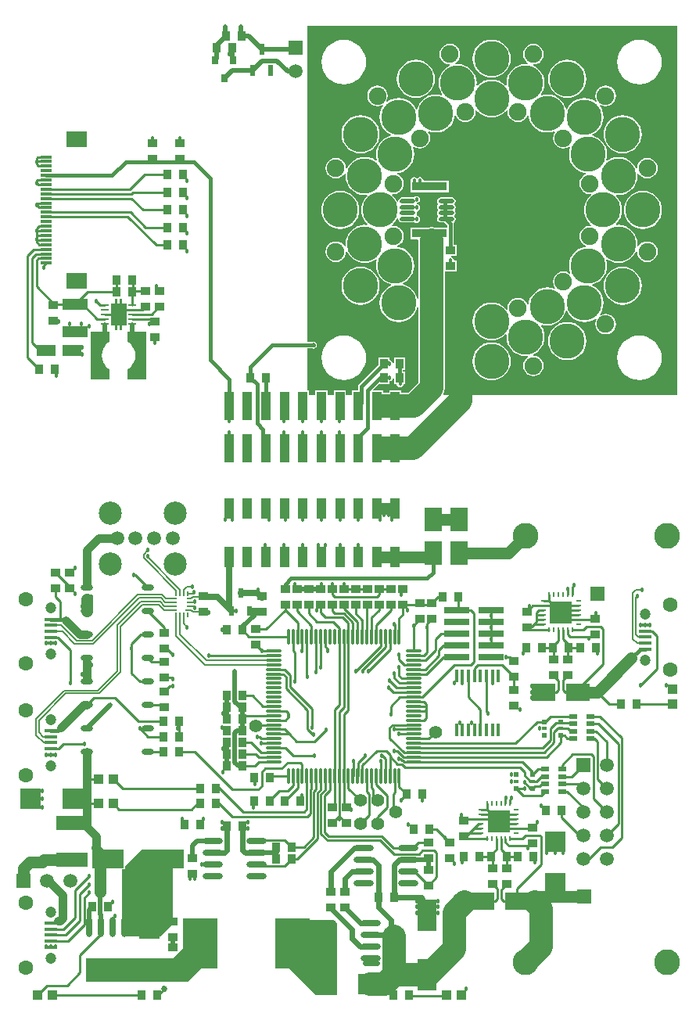
<source format=gbr>
%FSDAX24Y24*%
%MOIN*%
%SFA1B1*%

%IPPOS*%
%ADD10R,0.090600X0.090600*%
%ADD11R,0.090600X0.090600*%
%ADD12R,0.035400X0.039400*%
%ADD13R,0.023600X0.023600*%
%ADD14R,0.023600X0.015700*%
%ADD15R,0.035400X0.023600*%
%ADD16C,0.055000*%
%ADD17R,0.039400X0.035400*%
%ADD18O,0.053200X0.023600*%
%ADD19R,0.039400X0.039400*%
%ADD20R,0.039400X0.039400*%
%ADD21R,0.017700X0.055100*%
%ADD22R,0.040200X0.085000*%
%ADD23R,0.109800X0.029100*%
%ADD24R,0.098400X0.072400*%
%ADD25R,0.023600X0.009800*%
%ADD26R,0.009800X0.023600*%
%ADD27R,0.096500X0.096500*%
%ADD28O,0.086600X0.023600*%
%ADD29R,0.137800X0.078700*%
%ADD30O,0.023600X0.086600*%
%ADD31O,0.011800X0.070900*%
%ADD32O,0.070900X0.011800*%
%ADD33R,0.023600X0.039400*%
%ADD34R,0.078700X0.137800*%
%ADD35R,0.151600X0.216500*%
%ADD36R,0.008900X0.022200*%
%ADD37R,0.022200X0.008900*%
%ADD38R,0.026100X0.008900*%
%ADD39R,0.072400X0.098400*%
%ADD40R,0.053200X0.015700*%
%ADD41R,0.133900X0.063000*%
%ADD42C,0.010000*%
%ADD43C,0.050000*%
%ADD44C,0.100000*%
%ADD45C,0.015000*%
%ADD46C,0.020000*%
%ADD47C,0.017000*%
%ADD48C,0.035000*%
%ADD49C,0.008000*%
%ADD50C,0.025000*%
%ADD51C,0.023000*%
%ADD52C,0.021000*%
%ADD53R,0.151600X0.037400*%
%ADD54R,0.330700X0.397600*%
%ADD55R,0.040200X0.119100*%
%ADD56R,0.078700X0.047200*%
%ADD57R,0.106300X0.051200*%
%ADD58O,0.066900X0.017700*%
%ADD59R,0.031500X0.035400*%
%ADD60R,0.023600X0.045300*%
%ADD61R,0.065000X0.094500*%
%ADD62R,0.033500X0.011000*%
%ADD63R,0.039400X0.078700*%
%ADD64R,0.086600X0.070900*%
%ADD65R,0.049200X0.011800*%
%ADD66R,0.059100X0.059100*%
%ADD67C,0.059100*%
%ADD68C,0.098400*%
%ADD69C,0.110200*%
%ADD70R,0.059100X0.059100*%
%ADD71C,0.063000*%
%ADD72C,0.047200*%
%ADD73C,0.018000*%
%ADD74C,0.027000*%
%ADD75C,0.075000*%
%ADD76C,0.150000*%
%LNarray-1*%
%LPD*%
G36*
X023850Y013650D02*
X023900Y013600D01*
Y010550*
X023000*
X021850Y011700*
Y013750*
X023750*
X023850Y013650*
G37*
G36*
X018100Y013235D02*
Y011650D01*
X017550Y011100*
X013200*
Y012100*
X016900*
X018054Y013254*
X018100Y013235*
G37*
G36*
X016900Y016715D02*
Y013650D01*
X016950Y013600*
X016400Y013050*
X014750*
Y015900*
X014756Y015906*
X014889*
Y016039*
X015600Y016750*
X016865*
X016900Y016715*
G37*
G36*
X014643Y039078D02*
X014754D01*
Y038881*
X014643*
Y039078*
G37*
G36*
X014446D02*
X014557D01*
Y038881*
X014446*
Y039078*
G37*
G36*
X014643Y040219D02*
X014754D01*
Y040022*
X014643*
Y040219*
G37*
G36*
X014446D02*
X014557D01*
Y040022*
X014446*
Y040219*
G37*
G36*
X014994Y037209D02*
X014995Y037208D01*
X014996*
X015104Y037296*
X015192Y037404*
X015258Y037527*
X015298Y037661*
X015312Y037800*
X015298Y037939*
X015258Y038073*
X015192Y038196*
X015104Y038304*
X014996Y038392*
X014995*
X014993Y038390*
X014994Y038391*
Y038824*
X015781*
Y036776*
X014994*
Y037209*
G37*
G36*
X022717Y036300D02*
X022650D01*
Y038112*
X022836*
X022841Y038109*
X022900Y038097*
X022959Y038109*
X023008Y038142*
X023041Y038191*
X023053Y038250*
X023041Y038309*
X023008Y038358*
X022959Y038391*
X022900Y038403*
X022841Y038391*
X022836Y038388*
X022650*
Y041389*
X022658Y041450*
Y046550*
X022650Y046611*
Y051850*
X038400*
Y036100*
X028486*
X028453Y036150*
X028496Y036254*
X028515Y036400*
Y041378*
X029007*
Y041853*
X028902*
X028891Y041909*
X028858Y041958*
X028809Y041991*
X028777Y041997*
X028782Y042047*
X029007*
Y042522*
X028899*
X028891Y042559*
X028888Y042564*
Y043400*
X028883Y043426*
X028881Y043458*
X028909Y043495*
X028930Y043509*
X028963Y043558*
X028974Y043616*
X028963Y043674*
X028930Y043723*
Y043765*
X028963Y043814*
X028974Y043872*
X028963Y043930*
X028938Y043966*
X028933Y044000*
X028938Y044034*
X028963Y044070*
X028974Y044128*
X028963Y044186*
X028930Y044235*
Y044277*
X028963Y044326*
X028974Y044384*
X028963Y044442*
X028930Y044491*
X028881Y044524*
X028823Y044535*
X028331*
X028273Y044524*
X028224Y044491*
X028191Y044442*
X028179Y044384*
X028191Y044326*
X028224Y044277*
Y044235*
X028191Y044186*
X028179Y044128*
X028191Y044070*
X028215Y044034*
X028220Y044000*
X028215Y043966*
X028191Y043930*
X028179Y043872*
X028191Y043814*
X028224Y043765*
Y043723*
X028191Y043674*
X028179Y043616*
X028191Y043558*
X028224Y043509*
X028273Y043476*
X028331Y043465*
X028491*
X028612Y043343*
Y043247*
X028085*
X027950Y043265*
X027815Y043247*
X027031*
Y042753*
X027354*
X027387Y042715*
X027385Y042700*
Y040217*
X027335Y040210*
X027292Y040352*
X027217Y040492*
X027116Y040616*
X026992Y040717*
X026852Y040792*
X026725Y040831*
X026719Y040885*
X026839Y040948*
X026962Y041049*
X027063Y041173*
X027138Y041314*
X027185Y041466*
X027200Y041625*
X027185Y041784*
X027138Y041936*
X027063Y042077*
X026962Y042201*
X026839Y042302*
X026698Y042377*
X026545Y042423*
X026497Y042428*
X026490Y042479*
X026542Y042501*
X026633Y042570*
X026702Y042661*
X026746Y042767*
X026761Y042881*
X026746Y042994*
X026702Y043100*
X026633Y043191*
X026542Y043261*
X026436Y043304*
X026322Y043319*
X026267Y043312*
X026247Y043360*
X026326Y043424*
X026427Y043548*
X026481Y043650*
X026529Y043633*
X026526Y043616*
X026537Y043558*
X026570Y043509*
X026619Y043476*
X026677Y043465*
X027169*
X027218Y043474*
X027241Y043459*
X027300Y043447*
X027359Y043459*
X027408Y043492*
X027441Y043541*
X027453Y043600*
X027441Y043659*
X027408Y043708*
X027359Y043741*
X027325Y043748*
X027300Y043800*
X027309Y043814*
X027321Y043872*
X027315Y043899*
X027346Y043954*
X027351Y043957*
X027359Y043959*
X027408Y043992*
X027441Y044041*
X027453Y044100*
X027441Y044159*
X027408Y044208*
X027359Y044241*
X027318Y044249*
X027317Y044251*
Y044300*
X027359Y044309*
X027408Y044342*
X027441Y044391*
X027453Y044450*
X027441Y044509*
X027408Y044558*
X027359Y044591*
X027300Y044603*
X027241Y044591*
X027192Y044558*
X027176Y044534*
X027169Y044535*
X026677*
X026619Y044524*
X026570Y044491*
X026537Y044442*
X026526Y044384*
X026529Y044367*
X026481Y044350*
X026427Y044452*
X026326Y044576*
X026247Y044640*
X026267Y044688*
X026322Y044681*
X026436Y044696*
X026542Y044739*
X026633Y044809*
X026702Y044900*
X026746Y045006*
X026761Y045119*
X026746Y045233*
X026702Y045339*
X026633Y045430*
X026542Y045499*
X026490Y045521*
X026497Y045572*
X026545Y045577*
X026698Y045623*
X026839Y045698*
X026962Y045799*
X027063Y045923*
X027138Y046064*
X027185Y046216*
X027200Y046375*
X027185Y046534*
X027141Y046678*
X027158Y046697*
X027183Y046709*
X027222Y046678*
X027328Y046634*
X027442Y046619*
X027555Y046634*
X027661Y046678*
X027752Y046748*
X027822Y046839*
X027866Y046945*
X027881Y047058*
X027866Y047172*
X027822Y047278*
X027791Y047317*
X027803Y047342*
X027822Y047359*
X027966Y047315*
X028125Y047300*
X028284Y047315*
X028436Y047362*
X028577Y047437*
X028701Y047538*
X028802Y047661*
X028877Y047802*
X028923Y047955*
X028928Y048003*
X028979Y048010*
X029001Y047958*
X029070Y047867*
X029161Y047798*
X029267Y047754*
X029381Y047739*
X029494Y047754*
X029600Y047798*
X029691Y047867*
X029761Y047958*
X029804Y048064*
X029819Y048178*
X029812Y048233*
X029860Y048253*
X029924Y048174*
X030048Y048073*
X030189Y047998*
X030341Y047952*
X030500Y047936*
X030659Y047952*
X030811Y047998*
X030952Y048073*
X031076Y048174*
X031140Y048253*
X031188Y048233*
X031181Y048178*
X031196Y048064*
X031239Y047958*
X031309Y047867*
X031400Y047798*
X031506Y047754*
X031619Y047739*
X031733Y047754*
X031839Y047798*
X031930Y047867*
X031999Y047958*
X032021Y048010*
X032072Y048003*
X032077Y047955*
X032123Y047802*
X032198Y047661*
X032299Y047538*
X032423Y047437*
X032564Y047362*
X032716Y047315*
X032875Y047300*
X033034Y047315*
X033178Y047359*
X033197Y047342*
X033209Y047317*
X033178Y047278*
X033134Y047172*
X033119Y047058*
X033134Y046945*
X033178Y046839*
X033248Y046748*
X033339Y046678*
X033445Y046634*
X033558Y046619*
X033672Y046634*
X033778Y046678*
X033817Y046709*
X033842Y046697*
X033859Y046678*
X033815Y046534*
X033800Y046375*
X033815Y046216*
X033862Y046064*
X033937Y045923*
X034038Y045799*
X034161Y045698*
X034302Y045623*
X034455Y045577*
X034503Y045572*
X034510Y045521*
X034458Y045499*
X034367Y045430*
X034298Y045339*
X034254Y045233*
X034239Y045119*
X034254Y045006*
X034298Y044900*
X034367Y044809*
X034458Y044739*
X034564Y044696*
X034678Y044681*
X034733Y044688*
X034753Y044640*
X034674Y044576*
X034573Y044452*
X034498Y044311*
X034452Y044159*
X034436Y044000*
X034452Y043841*
X034498Y043689*
X034573Y043548*
X034674Y043424*
X034753Y043360*
X034733Y043312*
X034678Y043319*
X034564Y043304*
X034458Y043261*
X034367Y043191*
X034298Y043100*
X034254Y042994*
X034239Y042881*
X034254Y042767*
X034298Y042661*
X034367Y042570*
X034458Y042501*
X034510Y042479*
X034503Y042428*
X034455Y042423*
X034302Y042377*
X034161Y042302*
X034038Y042201*
X033937Y042077*
X033862Y041936*
X033815Y041784*
X033800Y041625*
X033815Y041466*
X033859Y041322*
X033842Y041303*
X033817Y041291*
X033778Y041322*
X033672Y041366*
X033558Y041381*
X033445Y041366*
X033339Y041322*
X033248Y041252*
X033178Y041161*
X033134Y041055*
X033119Y040942*
X033134Y040828*
X033178Y040722*
X033209Y040683*
X033197Y040658*
X033178Y040641*
X033034Y040685*
X032875Y040700*
X032716Y040685*
X032564Y040638*
X032423Y040563*
X032299Y040462*
X032198Y040339*
X032123Y040198*
X032077Y040045*
X032072Y039997*
X032021Y039990*
X031999Y040042*
X031930Y040133*
X031839Y040202*
X031733Y040246*
X031619Y040261*
X031506Y040246*
X031400Y040202*
X031309Y040133*
X031239Y040042*
X031196Y039936*
X031181Y039822*
X031188Y039767*
X031140Y039747*
X031076Y039826*
X030952Y039927*
X030811Y040002*
X030659Y040048*
X030500Y040064*
X030341Y040048*
X030189Y040002*
X030048Y039927*
X029924Y039826*
X029823Y039702*
X029748Y039561*
X029702Y039409*
X029686Y039250*
X029702Y039091*
X029748Y038939*
X029823Y038798*
X029924Y038674*
X030048Y038573*
X030189Y038498*
X030341Y038452*
X030500Y038436*
X030659Y038452*
X030811Y038498*
X030952Y038573*
X031076Y038674*
X031096Y038699*
X031144Y038679*
X031135Y038591*
X031151Y038432*
X031197Y038279*
X031273Y038139*
X031374Y038015*
X031497Y037914*
X031638Y037839*
X031791Y037793*
X031949Y037777*
X032035Y037785*
X032058Y037742*
X032057Y037737*
X031969Y037669*
X031899Y037579*
X031856Y037473*
X031841Y037359*
X031856Y037246*
X031899Y037140*
X031969Y037049*
X032060Y036979*
X032166Y036935*
X032279Y036920*
X032393Y036935*
X032499Y036979*
X032590Y037049*
X032659Y037140*
X032703Y037246*
X032718Y037359*
X032703Y037473*
X032659Y037579*
X032590Y037669*
X032499Y037739*
X032393Y037783*
X032288Y037797*
X032278Y037822*
X032276Y037847*
X032402Y037914*
X032525Y038015*
X032626Y038139*
X032701Y038279*
X032748Y038432*
X032763Y038591*
X032748Y038750*
X032701Y038902*
X032626Y039043*
X032604Y039070*
X032633Y039113*
X032716Y039088*
X032875Y039072*
X033034Y039088*
X033186Y039134*
X033327Y039210*
X033451Y039311*
X033552Y039434*
X033627Y039575*
X033665Y039702*
X033719Y039707*
X033783Y039588*
X033884Y039465*
X034008Y039363*
X034148Y039288*
X034301Y039242*
X034460Y039226*
X034619Y039242*
X034771Y039288*
X034912Y039363*
X034942Y039388*
X034981Y039358*
X034938Y039252*
X034923Y039139*
X034938Y039025*
X034981Y038919*
X035051Y038828*
X035142Y038759*
X035248Y038715*
X035361Y038700*
X035475Y038715*
X035581Y038759*
X035672Y038828*
X035741Y038919*
X035785Y039025*
X035800Y039139*
X035785Y039252*
X035741Y039358*
X035672Y039449*
X035581Y039519*
X035475Y039562*
X035361Y039577*
X035248Y039562*
X035142Y039519*
X035112Y039558*
X035137Y039588*
X035212Y039729*
X035258Y039881*
X035274Y040040*
X035258Y040199*
X035212Y040352*
X035137Y040492*
X035035Y040616*
X034912Y040717*
X034793Y040781*
X034798Y040835*
X034925Y040873*
X035066Y040948*
X035189Y041049*
X035290Y041173*
X035366Y041314*
X035412Y041466*
X035428Y041625*
X035412Y041784*
X035387Y041867*
X035430Y041896*
X035457Y041874*
X035598Y041799*
X035750Y041752*
X035909Y041737*
X036068Y041752*
X036221Y041799*
X036361Y041874*
X036485Y041975*
X036586Y042098*
X036653Y042224*
X036678Y042222*
X036703Y042212*
X036717Y042107*
X036761Y042001*
X036830Y041910*
X036921Y041841*
X037027Y041797*
X037141Y041782*
X037254Y041797*
X037360Y041841*
X037451Y041910*
X037521Y042001*
X037565Y042107*
X037579Y042221*
X037565Y042334*
X037521Y042440*
X037451Y042531*
X037360Y042601*
X037254Y042644*
X037141Y042659*
X037027Y042644*
X036921Y042601*
X036830Y042531*
X036763Y042443*
X036758Y042442*
X036715Y042465*
X036723Y042551*
X036707Y042709*
X036661Y042862*
X036586Y043003*
X036485Y043126*
X036361Y043227*
X036221Y043303*
X036068Y043349*
X035909Y043365*
X035821Y043356*
X035801Y043404*
X035826Y043424*
X035927Y043548*
X036002Y043689*
X036048Y043841*
X036064Y044000*
X036048Y044159*
X036002Y044311*
X035927Y044452*
X035826Y044576*
X035801Y044596*
X035821Y044644*
X035909Y044635*
X036068Y044651*
X036221Y044697*
X036361Y044773*
X036485Y044874*
X036586Y044997*
X036661Y045138*
X036707Y045291*
X036723Y045449*
X036715Y045535*
X036758Y045558*
X036763Y045557*
X036830Y045469*
X036921Y045399*
X037027Y045356*
X037141Y045341*
X037254Y045356*
X037360Y045399*
X037451Y045469*
X037521Y045560*
X037565Y045666*
X037579Y045779*
X037565Y045893*
X037521Y045999*
X037451Y046090*
X037360Y046159*
X037254Y046203*
X037141Y046218*
X037027Y046203*
X036921Y046159*
X036830Y046090*
X036761Y045999*
X036717Y045893*
X036703Y045788*
X036678Y045778*
X036653Y045776*
X036586Y045902*
X036485Y046025*
X036361Y046126*
X036221Y046201*
X036068Y046248*
X035909Y046263*
X035750Y046248*
X035598Y046201*
X035457Y046126*
X035430Y046104*
X035387Y046133*
X035412Y046216*
X035428Y046375*
X035412Y046534*
X035366Y046686*
X035290Y046827*
X035189Y046951*
X035066Y047052*
X034925Y047127*
X034798Y047165*
X034793Y047219*
X034912Y047283*
X035035Y047384*
X035137Y047508*
X035212Y047648*
X035258Y047801*
X035274Y047960*
X035258Y048119*
X035212Y048271*
X035137Y048412*
X035112Y048442*
X035142Y048481*
X035248Y048438*
X035361Y048423*
X035475Y048438*
X035581Y048481*
X035672Y048551*
X035741Y048642*
X035785Y048748*
X035800Y048861*
X035785Y048975*
X035741Y049081*
X035672Y049172*
X035581Y049241*
X035475Y049285*
X035361Y049300*
X035248Y049285*
X035142Y049241*
X035051Y049172*
X034981Y049081*
X034938Y048975*
X034923Y048861*
X034938Y048748*
X034981Y048642*
X034942Y048612*
X034912Y048637*
X034771Y048712*
X034619Y048758*
X034460Y048774*
X034301Y048758*
X034148Y048712*
X034008Y048637*
X033884Y048535*
X033783Y048412*
X033719Y048293*
X033665Y048298*
X033627Y048425*
X033552Y048566*
X033451Y048689*
X033327Y048790*
X033186Y048866*
X033034Y048912*
X032875Y048928*
X032716Y048912*
X032633Y048887*
X032604Y048930*
X032626Y048957*
X032701Y049098*
X032748Y049250*
X032763Y049409*
X032748Y049568*
X032701Y049721*
X032626Y049861*
X032525Y049985*
X032402Y050086*
X032276Y050153*
X032278Y050178*
X032288Y050203*
X032393Y050217*
X032499Y050261*
X032590Y050330*
X032659Y050421*
X032703Y050527*
X032718Y050641*
X032703Y050754*
X032659Y050860*
X032590Y050951*
X032499Y051021*
X032393Y051065*
X032279Y051079*
X032166Y051065*
X032060Y051021*
X031969Y050951*
X031899Y050860*
X031856Y050754*
X031841Y050641*
X031856Y050527*
X031899Y050421*
X031969Y050330*
X032057Y050263*
X032058Y050258*
X032035Y050215*
X031949Y050223*
X031791Y050207*
X031638Y050161*
X031497Y050086*
X031374Y049985*
X031273Y049861*
X031197Y049721*
X031151Y049568*
X031135Y049409*
X031144Y049321*
X031096Y049301*
X031076Y049326*
X030952Y049427*
X030811Y049502*
X030659Y049548*
X030500Y049564*
X030341Y049548*
X030189Y049502*
X030048Y049427*
X029924Y049326*
X029904Y049301*
X029856Y049321*
X029865Y049409*
X029849Y049568*
X029803Y049721*
X029727Y049861*
X029626Y049985*
X029503Y050086*
X029362Y050161*
X029209Y050207*
X029051Y050223*
X028965Y050215*
X028942Y050258*
X028943Y050263*
X029031Y050330*
X029101Y050421*
X029144Y050527*
X029159Y050641*
X029144Y050754*
X029101Y050860*
X029031Y050951*
X028940Y051021*
X028834Y051065*
X028721Y051079*
X028607Y051065*
X028501Y051021*
X028410Y050951*
X028341Y050860*
X028297Y050754*
X028282Y050641*
X028297Y050527*
X028341Y050421*
X028410Y050330*
X028501Y050261*
X028607Y050217*
X028712Y050203*
X028722Y050178*
X028724Y050153*
X028598Y050086*
X028475Y049985*
X028374Y049861*
X028299Y049721*
X028252Y049568*
X028237Y049409*
X028252Y049250*
X028299Y049098*
X028374Y048957*
X028396Y048930*
X028367Y048887*
X028284Y048912*
X028125Y048928*
X027966Y048912*
X027814Y048866*
X027673Y048790*
X027549Y048689*
X027448Y048566*
X027373Y048425*
X027335Y048298*
X027281Y048293*
X027217Y048412*
X027116Y048535*
X026992Y048637*
X026852Y048712*
X026699Y048758*
X026540Y048774*
X026381Y048758*
X026229Y048712*
X026088Y048637*
X026058Y048612*
X026019Y048642*
X026062Y048748*
X026077Y048861*
X026062Y048975*
X026019Y049081*
X025949Y049172*
X025858Y049241*
X025752Y049285*
X025639Y049300*
X025525Y049285*
X025419Y049241*
X025328Y049172*
X025259Y049081*
X025215Y048975*
X025200Y048861*
X025215Y048748*
X025259Y048642*
X025328Y048551*
X025419Y048481*
X025525Y048438*
X025639Y048423*
X025752Y048438*
X025858Y048481*
X025888Y048442*
X025863Y048412*
X025788Y048271*
X025742Y048119*
X025726Y047960*
X025742Y047801*
X025788Y047648*
X025863Y047508*
X025965Y047384*
X026088Y047283*
X026207Y047219*
X026202Y047165*
X026075Y047127*
X025934Y047052*
X025811Y046951*
X025710Y046827*
X025634Y046686*
X025588Y046534*
X025572Y046375*
X025588Y046216*
X025613Y046133*
X025570Y046104*
X025543Y046126*
X025402Y046201*
X025250Y046248*
X025091Y046263*
X024932Y046248*
X024779Y046201*
X024639Y046126*
X024515Y046025*
X024414Y045902*
X024347Y045776*
X024322Y045778*
X024297Y045788*
X024283Y045893*
X024239Y045999*
X024169Y046090*
X024079Y046159*
X023973Y046203*
X023859Y046218*
X023746Y046203*
X023640Y046159*
X023549Y046090*
X023479Y045999*
X023435Y045893*
X023421Y045779*
X023435Y045666*
X023479Y045560*
X023549Y045469*
X023640Y045399*
X023746Y045356*
X023859Y045341*
X023973Y045356*
X024079Y045399*
X024169Y045469*
X024237Y045557*
X024242Y045558*
X024285Y045535*
X024277Y045449*
X024293Y045291*
X024339Y045138*
X024414Y044997*
X024515Y044874*
X024639Y044773*
X024779Y044697*
X024932Y044651*
X025091Y044635*
X025179Y044644*
X025199Y044596*
X025174Y044576*
X025073Y044452*
X024998Y044311*
X024952Y044159*
X024936Y044000*
X024952Y043841*
X024998Y043689*
X025073Y043548*
X025174Y043424*
X025199Y043404*
X025179Y043356*
X025091Y043365*
X024932Y043349*
X024779Y043303*
X024639Y043227*
X024515Y043126*
X024414Y043003*
X024339Y042862*
X024293Y042709*
X024277Y042551*
X024285Y042465*
X024242Y042442*
X024237Y042443*
X024169Y042531*
X024079Y042601*
X023973Y042644*
X023859Y042659*
X023746Y042644*
X023640Y042601*
X023549Y042531*
X023479Y042440*
X023435Y042334*
X023421Y042221*
X023435Y042107*
X023479Y042001*
X023549Y041910*
X023640Y041841*
X023746Y041797*
X023859Y041782*
X023973Y041797*
X024079Y041841*
X024169Y041910*
X024239Y042001*
X024283Y042107*
X024297Y042212*
X024322Y042222*
X024347Y042224*
X024414Y042098*
X024515Y041975*
X024639Y041874*
X024779Y041799*
X024932Y041752*
X025091Y041737*
X025250Y041752*
X025402Y041799*
X025543Y041874*
X025570Y041896*
X025613Y041867*
X025588Y041784*
X025572Y041625*
X025588Y041466*
X025634Y041314*
X025710Y041173*
X025811Y041049*
X025934Y040948*
X026075Y040873*
X026202Y040835*
X026207Y040781*
X026088Y040717*
X025965Y040616*
X025863Y040492*
X025788Y040352*
X025742Y040199*
X025726Y040040*
X025742Y039881*
X025788Y039729*
X025863Y039588*
X025965Y039465*
X026088Y039363*
X026229Y039288*
X026381Y039242*
X026540Y039226*
X026699Y039242*
X026852Y039288*
X026992Y039363*
X027116Y039465*
X027217Y039588*
X027292Y039729*
X027335Y039870*
X027385Y039863*
Y036634*
X026961Y036210*
X026654*
Y036300*
X026133*
Y036210*
X025900*
X025867Y036239*
Y036300*
X025460*
X025441Y036346*
X025688Y036593*
X026153*
Y036698*
X026209Y036709*
X026258Y036742*
X026291Y036791*
X026297Y036823*
X026347Y036818*
Y036593*
X026448*
X026459Y036541*
X026492Y036492*
X026541Y036459*
X026600Y036447*
X026659Y036459*
X026708Y036492*
X026741Y036541*
X026752Y036593*
X026822*
Y037107*
X026722*
Y037193*
X026822*
Y037707*
X026347*
Y037482*
X026297Y037477*
X026291Y037509*
X026258Y037558*
X026209Y037591*
X026153Y037602*
Y037707*
X025678*
Y037407*
X024853Y036582*
X024823Y036537*
X024812Y036485*
Y036300*
X024558*
Y036100*
X024292*
Y036300*
X023770*
Y036100*
X023504*
Y036300*
X022983*
Y036100*
X022717*
Y036300*
G37*
G36*
X013419Y038824D02*
X014206D01*
Y038391*
X014205Y038392*
X014204*
X014096Y038304*
X014008Y038196*
X013942Y038073*
X013902Y037939*
X013888Y037800*
X013902Y037661*
X013942Y037527*
X014008Y037404*
X014096Y037296*
X014204Y037208*
X014205*
X014207Y037210*
X014206Y037209*
Y036776*
X013419*
Y038824*
G37*
%LNarray-2*%
%LPC*%
G36*
X036086Y046411D02*
X036245Y046427D01*
X036397Y046473*
X036538Y046548*
X036661Y046649*
X036763Y046773*
X036838Y046914*
X036884Y047066*
X036900Y047225*
X036884Y047384*
X036838Y047536*
X036763Y047677*
X036661Y047801*
X036538Y047902*
X036397Y047977*
X036245Y048023*
X036086Y048039*
X035927Y048023*
X035774Y047977*
X035634Y047902*
X035510Y047801*
X035409Y047677*
X035334Y047536*
X035288Y047384*
X035272Y047225*
X035288Y047066*
X035334Y046914*
X035409Y046773*
X035510Y046649*
X035634Y046548*
X035774Y046473*
X035927Y046427*
X036086Y046411*
G37*
G36*
X027275Y048772D02*
X027434Y048788D01*
X027586Y048834*
X027727Y048909*
X027851Y049010*
X027952Y049134*
X028027Y049274*
X028073Y049427*
X028089Y049586*
X028073Y049745*
X028027Y049897*
X027952Y050038*
X027851Y050161*
X027727Y050263*
X027586Y050338*
X027434Y050384*
X027275Y050400*
X027116Y050384*
X026964Y050338*
X026823Y050263*
X026699Y050161*
X026598Y050038*
X026523Y049897*
X026477Y049745*
X026461Y049586*
X026477Y049427*
X026523Y049274*
X026598Y049134*
X026699Y049010*
X026823Y048909*
X026964Y048834*
X027116Y048788*
X027275Y048772*
G37*
G36*
X027031Y044753D02*
X028666D01*
Y045247*
X027605*
X027603Y045250*
X027591Y045309*
X027558Y045358*
X027509Y045391*
X027450Y045403*
X027391Y045391*
X027342Y045358*
X027308*
X027259Y045391*
X027200Y045403*
X027141Y045391*
X027092Y045358*
X027059Y045309*
X027047Y045250*
X027045Y045247*
X027031*
Y044753*
G37*
G36*
X024914Y046411D02*
X025073Y046427D01*
X025226Y046473*
X025366Y046548*
X025490Y046649*
X025591Y046773*
X025666Y046914*
X025712Y047066*
X025728Y047225*
X025712Y047384*
X025666Y047536*
X025591Y047677*
X025490Y047801*
X025366Y047902*
X025226Y047977*
X025073Y048023*
X024914Y048039*
X024755Y048023*
X024603Y047977*
X024462Y047902*
X024339Y047801*
X024237Y047677*
X024162Y047536*
X024116Y047384*
X024100Y047225*
X024116Y047066*
X024162Y046914*
X024237Y046773*
X024339Y046649*
X024462Y046548*
X024603Y046473*
X024755Y046427*
X024914Y046411*
G37*
G36*
X033725Y048772D02*
X033884Y048788D01*
X034036Y048834*
X034177Y048909*
X034301Y049010*
X034402Y049134*
X034477Y049274*
X034523Y049427*
X034539Y049586*
X034523Y049745*
X034477Y049897*
X034402Y050038*
X034301Y050161*
X034177Y050263*
X034036Y050338*
X033884Y050384*
X033725Y050400*
X033566Y050384*
X033414Y050338*
X033273Y050263*
X033149Y050161*
X033048Y050038*
X032973Y049897*
X032927Y049745*
X032911Y049586*
X032927Y049427*
X032973Y049274*
X033048Y049134*
X033149Y049010*
X033273Y048909*
X033414Y048834*
X033566Y048788*
X033725Y048772*
G37*
G36*
X030500Y049636D02*
X030659Y049652D01*
X030811Y049698*
X030952Y049773*
X031076Y049874*
X031177Y049998*
X031252Y050139*
X031298Y050291*
X031314Y050450*
X031298Y050609*
X031252Y050761*
X031177Y050902*
X031076Y051026*
X030952Y051127*
X030811Y051202*
X030659Y051248*
X030500Y051264*
X030341Y051248*
X030189Y051202*
X030048Y051127*
X029924Y051026*
X029823Y050902*
X029748Y050761*
X029702Y050609*
X029686Y050450*
X029702Y050291*
X029748Y050139*
X029823Y049998*
X029924Y049874*
X030048Y049773*
X030189Y049698*
X030341Y049652*
X030500Y049636*
G37*
G36*
X036800Y049350D02*
X036985Y049368D01*
X037164Y049422*
X037328Y049510*
X037472Y049628*
X037590Y049772*
X037678Y049936*
X037732Y050115*
X037750Y050300*
X037732Y050485*
X037678Y050664*
X037590Y050828*
X037472Y050972*
X037328Y051090*
X037164Y051178*
X036985Y051232*
X036800Y051250*
X036615Y051232*
X036436Y051178*
X036272Y051090*
X036128Y050972*
X036010Y050828*
X035922Y050664*
X035868Y050485*
X035850Y050300*
X035868Y050115*
X035922Y049936*
X036010Y049772*
X036128Y049628*
X036272Y049510*
X036436Y049422*
X036615Y049368*
X036800Y049350*
G37*
G36*
X024200D02*
X024385Y049368D01*
X024564Y049422*
X024728Y049510*
X024872Y049628*
X024990Y049772*
X025078Y049936*
X025132Y050115*
X025150Y050300*
X025132Y050485*
X025078Y050664*
X024990Y050828*
X024872Y050972*
X024728Y051090*
X024564Y051178*
X024385Y051232*
X024200Y051250*
X024015Y051232*
X023836Y051178*
X023672Y051090*
X023528Y050972*
X023410Y050828*
X023322Y050664*
X023268Y050485*
X023250Y050300*
X023268Y050115*
X023322Y049936*
X023410Y049772*
X023528Y049628*
X023672Y049510*
X023836Y049422*
X024015Y049368*
X024200Y049350*
G37*
G36*
X036800Y036750D02*
X036985Y036768D01*
X037164Y036822*
X037328Y036910*
X037472Y037028*
X037590Y037172*
X037678Y037336*
X037732Y037515*
X037750Y037700*
X037732Y037885*
X037678Y038064*
X037590Y038228*
X037472Y038372*
X037328Y038490*
X037164Y038578*
X036985Y038632*
X036800Y038650*
X036615Y038632*
X036436Y038578*
X036272Y038490*
X036128Y038372*
X036010Y038228*
X035922Y038064*
X035868Y037885*
X035850Y037700*
X035868Y037515*
X035922Y037336*
X036010Y037172*
X036128Y037028*
X036272Y036910*
X036436Y036822*
X036615Y036768*
X036800Y036750*
G37*
G36*
X033725Y037600D02*
X033884Y037616D01*
X034036Y037662*
X034177Y037737*
X034301Y037839*
X034402Y037962*
X034477Y038103*
X034523Y038255*
X034539Y038414*
X034523Y038573*
X034477Y038726*
X034402Y038866*
X034301Y038990*
X034177Y039091*
X034036Y039166*
X033884Y039212*
X033725Y039228*
X033566Y039212*
X033414Y039166*
X033273Y039091*
X033149Y038990*
X033048Y038866*
X032973Y038726*
X032927Y038573*
X032911Y038414*
X032927Y038255*
X032973Y038103*
X033048Y037962*
X033149Y037839*
X033273Y037737*
X033414Y037662*
X033566Y037616*
X033725Y037600*
G37*
G36*
X030500Y036736D02*
X030659Y036752D01*
X030811Y036798*
X030952Y036873*
X031076Y036974*
X031177Y037098*
X031252Y037239*
X031298Y037391*
X031314Y037550*
X031298Y037709*
X031252Y037861*
X031177Y038002*
X031076Y038126*
X030952Y038227*
X030811Y038302*
X030659Y038348*
X030500Y038364*
X030341Y038348*
X030189Y038302*
X030048Y038227*
X029924Y038126*
X029823Y038002*
X029748Y037861*
X029702Y037709*
X029686Y037550*
X029702Y037391*
X029748Y037239*
X029823Y037098*
X029924Y036974*
X030048Y036873*
X030189Y036798*
X030341Y036752*
X030500Y036736*
G37*
G36*
X024200Y036750D02*
X024385Y036768D01*
X024564Y036822*
X024728Y036910*
X024872Y037028*
X024990Y037172*
X025078Y037336*
X025132Y037515*
X025150Y037700*
X025132Y037885*
X025078Y038064*
X024990Y038228*
X024872Y038372*
X024728Y038490*
X024564Y038578*
X024385Y038632*
X024200Y038650*
X024015Y038632*
X023836Y038578*
X023672Y038490*
X023528Y038372*
X023410Y038228*
X023322Y038064*
X023268Y037885*
X023250Y037700*
X023268Y037515*
X023322Y037336*
X023410Y037172*
X023528Y037028*
X023672Y036910*
X023836Y036822*
X024015Y036768*
X024200Y036750*
G37*
G36*
X024050Y043186D02*
X024209Y043202D01*
X024361Y043248*
X024502Y043323*
X024626Y043424*
X024727Y043548*
X024802Y043689*
X024848Y043841*
X024864Y044000*
X024848Y044159*
X024802Y044311*
X024727Y044452*
X024626Y044576*
X024502Y044677*
X024361Y044752*
X024209Y044798*
X024050Y044814*
X023891Y044798*
X023739Y044752*
X023598Y044677*
X023474Y044576*
X023373Y044452*
X023298Y044311*
X023252Y044159*
X023236Y044000*
X023252Y043841*
X023298Y043689*
X023373Y043548*
X023474Y043424*
X023598Y043323*
X023739Y043248*
X023891Y043202*
X024050Y043186*
G37*
G36*
X036950D02*
X037109Y043202D01*
X037261Y043248*
X037402Y043323*
X037526Y043424*
X037627Y043548*
X037702Y043689*
X037748Y043841*
X037764Y044000*
X037748Y044159*
X037702Y044311*
X037627Y044452*
X037526Y044576*
X037402Y044677*
X037261Y044752*
X037109Y044798*
X036950Y044814*
X036791Y044798*
X036639Y044752*
X036498Y044677*
X036374Y044576*
X036273Y044452*
X036198Y044311*
X036152Y044159*
X036136Y044000*
X036152Y043841*
X036198Y043689*
X036273Y043548*
X036374Y043424*
X036498Y043323*
X036639Y043248*
X036791Y043202*
X036950Y043186*
G37*
G36*
X024914Y039961D02*
X025073Y039977D01*
X025226Y040023*
X025366Y040098*
X025490Y040199*
X025591Y040323*
X025666Y040464*
X025712Y040616*
X025728Y040775*
X025712Y040934*
X025666Y041086*
X025591Y041227*
X025490Y041351*
X025366Y041452*
X025226Y041527*
X025073Y041573*
X024914Y041589*
X024755Y041573*
X024603Y041527*
X024462Y041452*
X024339Y041351*
X024237Y041227*
X024162Y041086*
X024116Y040934*
X024100Y040775*
X024116Y040616*
X024162Y040464*
X024237Y040323*
X024339Y040199*
X024462Y040098*
X024603Y040023*
X024755Y039977*
X024914Y039961*
G37*
G36*
X036086D02*
X036245Y039977D01*
X036397Y040023*
X036538Y040098*
X036661Y040199*
X036763Y040323*
X036838Y040464*
X036884Y040616*
X036900Y040775*
X036884Y040934*
X036838Y041086*
X036763Y041227*
X036661Y041351*
X036538Y041452*
X036397Y041527*
X036245Y041573*
X036086Y041589*
X035927Y041573*
X035774Y041527*
X035634Y041452*
X035510Y041351*
X035409Y041227*
X035334Y041086*
X035288Y040934*
X035272Y040775*
X035288Y040616*
X035334Y040464*
X035409Y040323*
X035510Y040199*
X035634Y040098*
X035774Y040023*
X035927Y039977*
X036086Y039961*
G37*
%LNarray-3*%
%LPD*%
G54D10*
X033200Y015314D03*
Y017086D03*
X015900Y013386D03*
Y011614D03*
G54D11*
X012636Y018900D03*
X010864D03*
X025236Y011000D03*
X023464D03*
G54D12*
X033485Y018400D03*
X032815D03*
X016515Y021550D03*
X017185D03*
Y022200D03*
X016515D03*
Y020900D03*
X017185D03*
X026865Y019100D03*
X027535D03*
X019885Y022300D03*
X019215D03*
X019885Y022800D03*
X019215D03*
X019885Y023300D03*
X019215D03*
X027165Y017600D03*
X027835D03*
X019885Y021800D03*
X019215D03*
X036685Y022950D03*
X036015D03*
X018065Y018700D03*
X018735D03*
X018065Y019350D03*
X018735D03*
X026315Y010550D03*
X026985D03*
X019885Y020300D03*
X019215D03*
X022335Y018800D03*
X021665D03*
X034265Y025350D03*
X034935D03*
X033115D03*
X033785D03*
X031965D03*
X032635D03*
X019885Y026100D03*
X019215D03*
X031615Y016450D03*
X032285D03*
X019885Y021300D03*
X019215D03*
X019885Y020800D03*
X019215D03*
X021035Y019800D03*
X020365D03*
X021035Y018800D03*
X020365D03*
X029315Y016450D03*
X029985D03*
X030465D03*
X031135D03*
X015565Y010550D03*
X016235D03*
X018085Y017800D03*
X017415D03*
X014135Y014300D03*
X013465D03*
X019885Y017750D03*
X019215D03*
X026335Y014700D03*
X025665D03*
X021985Y016350D03*
X021315D03*
Y016850D03*
X021985D03*
X028415Y027500D03*
X029085D03*
X019165Y051400D03*
X019835D03*
X018765Y050900D03*
X019435D03*
X025915Y037450D03*
X026585D03*
X025915Y036850D03*
X026585D03*
X017335Y044750D03*
X016665D03*
X011885Y037200D03*
X011215D03*
X017335Y045500D03*
X016665D03*
X020885Y036850D03*
X020215D03*
X017335Y043250D03*
X016665D03*
X017335Y044000D03*
X016665D03*
X017335Y042500D03*
X016665D03*
X014515Y041000D03*
X015185D03*
Y040500D03*
X014515D03*
G54D13*
X031546Y019945D03*
Y019355D03*
X032254D03*
Y019945D03*
X032746Y022195D03*
Y021605D03*
X033454D03*
Y022195D03*
G54D14*
X031546Y019650D03*
X032254D03*
X032746Y021900D03*
X033454D03*
G54D15*
X032796Y020172D03*
Y019857D03*
Y019543D03*
Y019228D03*
X033504Y020172D03*
Y019857D03*
Y019543D03*
Y019228D03*
X033996Y022422D03*
Y022107D03*
Y021793D03*
Y021478D03*
X034704Y022422D03*
Y022107D03*
Y021793D03*
Y021478D03*
G54D16*
X020450Y022000D03*
X026400Y018350D03*
X025650Y017850D03*
X024900Y018850D03*
X025650D03*
X024900Y017850D03*
X028100Y021750D03*
G54D17*
X012500Y028535D03*
Y027865D03*
X011900Y028535D03*
Y027865D03*
X031450Y024785D03*
Y024115D03*
Y022865D03*
Y023535D03*
X026700Y027165D03*
Y027835D03*
X025200D03*
Y027165D03*
X025700Y027835D03*
Y027165D03*
X024700Y027835D03*
Y027165D03*
X026200Y027835D03*
Y027165D03*
X028700Y017035D03*
Y016365D03*
X016900Y013685D03*
Y013015D03*
Y011915D03*
Y012585D03*
X020700Y026865D03*
Y027535D03*
X023200Y027165D03*
Y027835D03*
X024300Y018535D03*
Y017865D03*
X023700Y018535D03*
Y017865D03*
X021700Y027165D03*
Y027835D03*
X027450Y027235D03*
Y026565D03*
X022200Y027165D03*
Y027835D03*
X022700Y027165D03*
Y027835D03*
X031150Y015935D03*
Y015265D03*
X030550Y015935D03*
Y015265D03*
X032000Y026885D03*
Y026215D03*
X033750Y024835D03*
Y024165D03*
X033150Y024835D03*
Y024165D03*
X027950Y027235D03*
Y026565D03*
X020450Y025465D03*
Y026135D03*
X029300Y017985D03*
Y017315D03*
X024200Y027165D03*
Y027835D03*
X032250Y017685D03*
Y017015D03*
X023700Y027165D03*
Y027835D03*
X034900Y026585D03*
Y025915D03*
X016550Y025985D03*
Y025315D03*
Y022815D03*
Y023485D03*
Y024735D03*
Y024065D03*
X018200Y026865D03*
Y027535D03*
X017750Y015715D03*
Y016385D03*
X023650Y014935D03*
Y014265D03*
X024250D03*
Y014935D03*
X027800Y015215D03*
Y015885D03*
Y016365D03*
Y017035D03*
X028750Y041615D03*
Y042285D03*
X011800Y039935D03*
Y039265D03*
X015750Y039865D03*
Y040535D03*
X016350Y039865D03*
Y040535D03*
X016150Y039235D03*
Y038565D03*
X016050Y046835D03*
Y046165D03*
X017200Y046835D03*
Y046165D03*
G54D18*
X015849Y020900D03*
Y021900D03*
X013251Y020900D03*
Y021900D03*
X015849Y026900D03*
Y027900D03*
X013251Y026900D03*
Y027900D03*
X015849Y024900D03*
Y025900D03*
X013251Y024900D03*
Y025900D03*
X015849Y022900D03*
Y023900D03*
X013251Y022900D03*
Y023900D03*
G54D19*
X029215Y010550D03*
X028585D03*
X014365Y019750D03*
X013735D03*
X014365Y018700D03*
X013735D03*
X011765Y010550D03*
X011135D03*
G54D20*
X038200Y023565D03*
Y022935D03*
G54D21*
X029004Y021839D03*
X029260D03*
X029516D03*
X029772D03*
X030028D03*
X030284D03*
X030540D03*
X030796D03*
X029004Y024161D03*
X029260D03*
X029516D03*
X029772D03*
X030028D03*
X030284D03*
X030540D03*
X030796D03*
G54D22*
X019307Y029205D03*
X020094D03*
X020882D03*
X021669D03*
X022456D03*
X023244D03*
X024031D03*
X024818D03*
X025606D03*
X026393D03*
X019307Y031295D03*
X020094D03*
X020882D03*
X021669D03*
X022456D03*
X023244D03*
X024031D03*
X024818D03*
X025606D03*
X026393D03*
G54D23*
X030488Y024950D03*
Y025450D03*
Y025950D03*
Y026450D03*
Y026950D03*
X029012Y024950D03*
Y025450D03*
Y025950D03*
Y026450D03*
Y026950D03*
G54D24*
X030122Y014550D03*
X031578D03*
X032722Y023450D03*
X034178D03*
G54D25*
X034198Y026358D03*
Y026555D03*
Y026752D03*
Y026948D03*
Y027145D03*
Y027342D03*
X032702D03*
Y027145D03*
Y026948D03*
Y026752D03*
Y026555D03*
Y026358D03*
X031548Y017458D03*
Y017655D03*
Y017852D03*
Y018048D03*
Y018245D03*
Y018442D03*
X030052D03*
Y018245D03*
Y018048D03*
Y017852D03*
Y017655D03*
Y017458D03*
G54D26*
X033942Y027598D03*
X033745D03*
X033548D03*
X033352D03*
X033155D03*
X032958D03*
Y026102D03*
X033155D03*
X033352D03*
X033548D03*
X033745D03*
X033942D03*
X031292Y018698D03*
X031095D03*
X030898D03*
X030702D03*
X030505D03*
X030308D03*
Y017202D03*
X030505D03*
X030702D03*
X030898D03*
X031095D03*
X031292D03*
G54D27*
X033450Y026850D03*
X030800Y017950D03*
G54D28*
X023455Y013600D03*
Y013100D03*
Y012600D03*
Y012100D03*
X025345Y013600D03*
Y013100D03*
Y012600D03*
Y012100D03*
X018605Y017100D03*
Y016600D03*
Y016100D03*
Y015600D03*
X020495Y017100D03*
Y016600D03*
Y016100D03*
Y015600D03*
X026935Y015300D03*
Y015800D03*
Y016300D03*
Y016800D03*
X025045Y015300D03*
Y015800D03*
Y016300D03*
Y016800D03*
G54D29*
X014150Y016350D03*
X016700D03*
G54D30*
X014850Y013445D03*
X014350D03*
X013850D03*
X013350D03*
X014850Y011555D03*
X014350D03*
X013850D03*
X013350D03*
G54D31*
X026562Y019878D03*
X026365D03*
X026168D03*
X025972D03*
X025775D03*
X025578D03*
X025381D03*
X025184D03*
X024987D03*
X024791D03*
X024594D03*
X024397D03*
X024200D03*
X024003D03*
X023806D03*
X023609D03*
X023413D03*
X023216D03*
X023019D03*
X022822D03*
X022625D03*
X022428D03*
X022232D03*
X022035D03*
X021838D03*
Y025822D03*
X022035D03*
X022232D03*
X022428D03*
X022625D03*
X022822D03*
X023019D03*
X023216D03*
X023413D03*
X023609D03*
X023806D03*
X024003D03*
X024200D03*
X024397D03*
X024594D03*
X024791D03*
X024987D03*
X025184D03*
X025381D03*
X025578D03*
X025775D03*
X025972D03*
X026168D03*
X026365D03*
X026562D03*
G54D32*
X021228Y020488D03*
Y020685D03*
Y020882D03*
Y021078D03*
Y021275D03*
Y021472D03*
Y021669D03*
Y021866D03*
Y022063D03*
Y022259D03*
Y022456D03*
Y022653D03*
Y022850D03*
Y023047D03*
Y023244D03*
Y023441D03*
Y023637D03*
Y023834D03*
Y024031D03*
Y024228D03*
Y024425D03*
Y024622D03*
Y024818D03*
Y025015D03*
Y025212D03*
X027172D03*
Y025015D03*
Y024818D03*
Y024622D03*
Y024425D03*
Y024228D03*
Y024031D03*
Y023834D03*
Y023637D03*
Y023441D03*
Y023244D03*
Y023047D03*
Y022850D03*
Y022653D03*
Y022456D03*
Y022259D03*
Y022063D03*
Y021866D03*
Y021669D03*
Y021472D03*
Y021275D03*
Y021078D03*
Y020882D03*
Y020685D03*
Y020488D03*
G54D33*
X019426Y026906D03*
X020174D03*
X019800Y027694D03*
G54D34*
X027750Y011400D03*
Y013950D03*
G54D35*
X022009Y012750D03*
X018091D03*
G54D36*
X017536Y026740D03*
X017379D03*
X017221D03*
X017064D03*
Y027660D03*
X017221D03*
X017379D03*
X017536D03*
G54D37*
X016997Y026964D03*
Y027121D03*
Y027279D03*
Y027436D03*
X017603D03*
Y027279D03*
Y027121D03*
G54D38*
X017583Y026964D03*
G54D39*
X028000Y029372D03*
Y030828D03*
X029100Y029372D03*
Y030828D03*
G54D40*
X037050Y026056D03*
Y025800D03*
Y025544D03*
Y026312D03*
Y025288D03*
X011700Y025794D03*
Y026050D03*
Y026306D03*
Y025538D03*
Y026562D03*
Y021044D03*
Y021300D03*
Y021556D03*
Y020788D03*
Y021812D03*
Y012844D03*
Y013100D03*
Y013356D03*
Y012588D03*
Y013612D03*
G54D41*
X012600Y016313D03*
Y017887D03*
G54D42*
X033485Y018115D02*
Y018400D01*
Y018115D02*
X034250Y017350D01*
X034400*
X030284Y022616D02*
Y024161D01*
Y022616D02*
X030350Y022550D01*
X026650Y018885D02*
X026865Y019100D01*
X026650Y018850D02*
Y018885D01*
X022050Y020750D02*
X022950D01*
X033850Y025800D02*
X034785D01*
X031250Y016900D02*
X032185D01*
X033459Y021600D02*
X033600D01*
X033722Y021478*
X033996*
X033454Y021304D02*
Y021605D01*
X032835Y020685D02*
X033454Y021304D01*
X033750Y021900D02*
X033900Y021750D01*
X033300Y021900D02*
X033750D01*
X033150Y021750D02*
X033300Y021900D01*
X033150Y021300D02*
Y021750D01*
X032731Y020882D02*
X033150Y021300D01*
X033250Y022150D02*
X033996D01*
X033000Y021900D02*
X033250Y022150D01*
X033000Y021400D02*
Y021900D01*
X032678Y021078D02*
X033000Y021400D01*
X033022Y022422D02*
X033996D01*
X032795Y022195D02*
X033022Y022422D01*
X032445Y022195D02*
X032795D01*
X031525Y021275D02*
X032445Y022195D01*
X032254Y019945D02*
Y020046D01*
X031812Y020488D02*
X032254Y020046D01*
X032164Y019355D02*
X032254D01*
X031919Y019600D02*
X032164Y019355D01*
X031900Y019600D02*
X031919D01*
X031550Y019350D02*
X031850Y019050D01*
X031546Y019355D02*
X031550Y019350D01*
X031900*
X032150Y019650D02*
X032254D01*
X031900Y019900D02*
X032150Y019650D01*
X031900Y019900D02*
Y020050D01*
X031700Y020250D02*
X031900Y020050D01*
X032481Y020172D02*
X032796D01*
X032254Y019945D02*
X032481Y020172D01*
X032607Y019857D02*
X032796D01*
X032400Y019650D02*
X032607Y019857D01*
X032254Y019650D02*
X032400D01*
X032643Y019543D02*
X032796D01*
X032550Y019450D02*
X032643Y019543D01*
X032350Y019450D02*
X032550D01*
X032254Y019355D02*
X032350Y019450D01*
X032618Y019050D02*
X032796Y019228D01*
X031850Y019050D02*
X032618D01*
X026168Y020713D02*
X026497Y020385D01*
X026607Y020600D02*
X026672Y020535D01*
X026550Y020600D02*
X026607D01*
X026665Y020385D02*
X026800Y020250D01*
X026497Y020385D02*
X026665D01*
X026727Y020535D02*
X026774Y020488D01*
X026672Y020535D02*
X026727D01*
X026734Y020685D02*
X027172D01*
X026469Y020950D02*
X026734Y020685D01*
X026774Y020488D02*
X027172D01*
X026800Y020250D02*
X031700D01*
X026168Y019878D02*
Y020713D01*
Y020782*
X026360Y019883D02*
X026365Y019878D01*
X033504Y019228D02*
X033722D01*
X034400Y018550*
Y018350D02*
Y018550D01*
X033504Y019543D02*
X034207D01*
X034400Y019350*
X033504Y020172D02*
Y020354D01*
X033950Y020800*
X033907Y019857D02*
X034400Y020350D01*
X033504Y019857D02*
X033907D01*
X027172Y020685D02*
X032835D01*
X027172Y020882D02*
X032731D01*
X027172Y021078D02*
X032678D01*
X027172Y021275D02*
X031525D01*
X035000Y019750D02*
Y021350D01*
X034872Y021478D02*
X035000Y021350D01*
X034704Y021478D02*
X034872D01*
X035900Y017850D02*
Y021250D01*
X035050Y022100D02*
X035900Y021250D01*
X034712Y022100D02*
X035050D01*
X034704Y022422D02*
X035128D01*
X036050Y021500*
X034704Y022107D02*
X034712Y022100D01*
X034704Y021793D02*
X034957D01*
X035400Y021350*
Y020350D02*
Y021350D01*
X036050Y017250D02*
Y021500D01*
X033950Y020800D02*
X034750D01*
X034850Y020700*
Y018900D02*
Y020700D01*
X034400Y016350D02*
X034650D01*
X035150Y016850*
X020513Y022063D02*
X021228D01*
X015849Y020900D02*
X016515D01*
X015500Y021900D02*
X015850Y021550D01*
X016515*
X017185D02*
Y022200D01*
X013251Y022900D02*
X013551Y023200D01*
X014450*
X015450Y022200*
X016515*
X012100Y026562D02*
Y027300D01*
X011900Y027500D02*
X012100Y027300D01*
X011900Y027500D02*
Y027865D01*
Y028535D02*
X012500Y027935D01*
X035000Y023450D02*
X035500Y022950D01*
X036015*
X036700Y022935D02*
X038200D01*
X015500Y021900D02*
X015849D01*
X012250Y021250D02*
X013150D01*
X012044Y021044D02*
X012250Y021250D01*
X011700Y021044D02*
X012044D01*
X025275Y018225D02*
Y019125D01*
X025184Y019216D02*
X025275Y019125D01*
X025184Y019216D02*
Y019878D01*
X027822Y021472D02*
X028100Y021750D01*
X027172Y021472D02*
X027822D01*
X026300Y018450D02*
X026400Y018350D01*
X026300Y018450D02*
Y019100D01*
X026365Y019165*
Y019878*
X025578Y019522D02*
X026050Y019050D01*
Y018550D02*
Y019050D01*
X025650Y018150D02*
X026050Y018550D01*
X025578Y019522D02*
Y019878D01*
X025381Y019369D02*
Y019878D01*
Y019369D02*
X025450Y019300D01*
Y019050D02*
Y019300D01*
Y019050D02*
X025650Y018850D01*
Y017850D02*
Y018150D01*
X024900Y017850D02*
X025275Y018225D01*
X024397Y019353D02*
X024900Y018850D01*
X024397Y019353D02*
Y019878D01*
X035250Y024650D02*
Y026150D01*
X034178Y023578D02*
X035250Y024650D01*
X034178Y023450D02*
Y023578D01*
X033650Y023450D02*
X034178D01*
X033550Y023550D02*
X033650Y023450D01*
X033550Y023550D02*
Y023965D01*
X033750Y024165*
X032722Y023450D02*
X033250D01*
X033350Y023550*
Y023950*
X033150Y024150D02*
X033350Y023950D01*
X033150Y024150D02*
Y024165D01*
X034550Y026250D02*
X035150D01*
X034402Y026102D02*
X034550Y026250D01*
X033942Y026102D02*
X034402D01*
X035150Y026250D02*
X035250Y026150D01*
X033745Y025905D02*
X033850Y025800D01*
X033745Y025905D02*
Y026102D01*
X034198Y026555D02*
X034870D01*
X033745D02*
X034198D01*
X033548Y026752D02*
X034198D01*
X033548Y026948D02*
X034198D01*
X033745Y027145D02*
X034198D01*
X032958Y027342D02*
X033155Y027145D01*
X032958Y027342D02*
Y027598D01*
X033233Y027067D02*
X033450Y026850D01*
X033155Y027145D02*
X033233Y027067D01*
X032702Y027342D02*
X032958D01*
X032702Y027145D02*
X033155D01*
X032000Y026885D02*
X032261Y027145D01*
X032702*
X032308Y026358D02*
X032400Y026450D01*
X032200Y026250D02*
X032308Y026358D01*
X032702*
X032405Y026555D02*
X032702D01*
X032452Y026752D02*
X032702D01*
X032400Y026450D02*
Y026850D01*
X032498Y026948*
X032702*
X032113Y026102D02*
X032958D01*
X033150Y024835D02*
Y025450D01*
X032635Y025350D02*
X033115D01*
X033750Y024835D02*
Y025500D01*
X033785Y025350D02*
X034265D01*
X033548Y025702D02*
X033750Y025500D01*
X033548Y025702D02*
Y026102D01*
X033150Y025450D02*
X033352Y025652D01*
Y026102*
X031150Y016450D02*
Y016500D01*
Y015935D02*
Y016450D01*
X031615*
X031135D02*
X031150D01*
X030550Y015935D02*
Y016600D01*
X029985Y016450D02*
X030465D01*
X029558Y017458D02*
X029755Y017655D01*
X029415Y017315D02*
X029558Y017458D01*
X030052*
X029755Y017655D02*
X029952Y017852D01*
X029755Y017655D02*
X030052D01*
X029952Y017852D02*
X030052D01*
X029413Y017202D02*
X030308D01*
X030052Y018048D02*
X030702D01*
X029364D02*
X030052D01*
X030702D02*
X030800Y017950D01*
X030583Y018167D02*
X030702Y018048D01*
X030505Y018245D02*
X030583Y018167D01*
X030308Y018442D02*
X030505Y018245D01*
X030052D02*
X030505D01*
X030052Y018442D02*
X030308D01*
X030898Y017852D02*
X031548D01*
X030898Y018048D02*
X031548D01*
X030308Y018442D02*
Y018698D01*
X031095Y018245D02*
X031548D01*
Y017655D02*
X032270D01*
X031095D02*
X031548D01*
X031095Y017055D02*
X031250Y016900D01*
X031095Y017055D02*
Y017202D01*
X031292D02*
X031802D01*
X031950Y017350*
X032550*
X032600Y017300*
Y016100D02*
Y017300D01*
X031578Y015078D02*
X032600Y016100D01*
X031578Y014550D02*
Y015078D01*
X030550Y015265D02*
X030750Y015065D01*
Y014650D02*
Y015065D01*
X030650Y014550D02*
X030750Y014650D01*
X030900Y015015D02*
X031150Y015265D01*
X030900Y014650D02*
Y015015D01*
Y014650D02*
X031000Y014550D01*
X031578*
X030122D02*
X030650D01*
X030550Y016600D02*
X030702Y016752D01*
Y017202*
X030898Y016752D02*
X031150Y016500D01*
X030898Y016752D02*
Y017202D01*
X028900Y024600D02*
X029600D01*
X027544Y023244D02*
X028900Y024600D01*
X028450Y024950D02*
X029012D01*
X027728Y024228D02*
X028450Y024950D01*
X027172Y024228D02*
X027728D01*
X027675Y024425D02*
X028250Y025000D01*
Y025250*
X028450Y025450*
X028350Y025950D02*
X029012D01*
X028100Y025700D02*
X028350Y025950D01*
X028100Y025237D02*
Y025700D01*
X027682Y024818D02*
X028100Y025237D01*
X015299Y028450D02*
X015849Y027900D01*
X015250Y028450D02*
X015299D01*
X015550Y025900D02*
X015849D01*
X015150Y025500D02*
X015550Y025900D01*
X015150Y024250D02*
Y025500D01*
Y024250D02*
X015500Y023900D01*
X015849*
Y022900D02*
X016465D01*
X016550Y022815*
X015849Y024900D02*
X016015Y024735D01*
X016550*
X015849Y026900D02*
X016550Y026199D01*
Y025985D02*
Y026199D01*
X024800Y020450D02*
X025100Y020750D01*
X025800D02*
X025850D01*
X025972Y020628*
X026000Y020950D02*
X026168Y020782D01*
X025600Y020950D02*
X026000D01*
X025775Y019878D02*
Y020500D01*
Y020525*
X025972Y019878D02*
Y020628D01*
X024987Y020337D02*
X025600Y020950D01*
X024600Y019884D02*
Y020500D01*
X024594Y019878D02*
X024600Y019884D01*
X024800Y019887D02*
Y020450D01*
X024987Y019878D02*
Y020337D01*
X024791Y019878D02*
X024800Y019887D01*
X034400Y020250D02*
Y020350D01*
X027172Y020488D02*
X031812D01*
X026350Y020950D02*
X026469D01*
X026769Y020882D02*
X027172D01*
X026160Y021490D02*
X026769Y020882D01*
X026160Y021490D02*
Y021944D01*
X026278Y022063*
X027172*
X026350Y021866D02*
X027172D01*
X026550Y021669D02*
X027172D01*
X035650Y016850D02*
X036050Y017250D01*
X035400Y017350D02*
X035900Y017850D01*
X035150Y016850D02*
X035650D01*
X035000Y019750D02*
X035400Y019350D01*
X034850Y018900D02*
X035400Y018350D01*
X027172Y024818D02*
X027682D01*
X028450Y025450D02*
X029012D01*
X027172Y024425D02*
X027675D01*
X027172Y023244D02*
X027544D01*
X029600Y024600D02*
X029750Y024750D01*
Y026800*
X029600Y026950D02*
X029750Y026800D01*
X020495Y016100D02*
X020532Y016063D01*
X026985Y010500D02*
X028565D01*
X020495Y017100D02*
Y017147D01*
X021688D02*
X021985Y016850D01*
X020495Y017147D02*
X021688D01*
X020495Y016053D02*
Y016100D01*
X021688Y016053D02*
X021985Y016350D01*
X020495Y016053D02*
X021688D01*
X026935Y015800D02*
X027215D01*
X027800Y015215*
X024003Y018162D02*
Y019878D01*
Y018162D02*
X024300Y017865D01*
X023997Y018162D02*
X024003D01*
X023700Y017865D02*
X023997Y018162D01*
X023806Y018641D02*
Y019878D01*
X024200Y018635D02*
Y019878D01*
X021985Y016850D02*
X022500D01*
X021985Y016350D02*
X022212D01*
X023413Y019288D02*
Y019878D01*
X023609Y019273D02*
Y019878D01*
X023019Y019319D02*
Y019878D01*
X023216Y019304D02*
Y019878D01*
X027800Y015215D02*
X028150Y015565D01*
X026935Y016800D02*
X027150D01*
X027385Y017035*
X027800*
X027400Y016550D02*
X027550Y016700D01*
X028050*
X028150Y016600*
Y015565D02*
Y016600D01*
X023562Y017300D02*
X025800D01*
X026300Y016800*
X026935*
X023500Y017150D02*
X025738D01*
X026338Y016550*
X027400*
X023806Y019878D02*
Y022706D01*
X024003Y022903*
Y025822*
Y019878D02*
Y022603D01*
X024200Y022800*
Y025822*
Y019878D02*
Y022500D01*
X024397Y022697*
Y025822*
X022035Y019485D02*
Y019878D01*
X021800Y019250D02*
X022035Y019485D01*
X021050Y019878D02*
X021838D01*
X020588Y020488D02*
X021228D01*
X020400Y020300D02*
X020588Y020488D01*
X019885Y020300D02*
X020400D01*
X020565Y020685D02*
X021228D01*
X020450Y020800D02*
X020565Y020685D01*
X019885Y020800D02*
X020450D01*
X020668Y020882D02*
X021228D01*
X020250Y021300D02*
X020668Y020882D01*
X019885Y021300D02*
X020250D01*
X021228Y021669D02*
X021869D01*
X019800Y022456D02*
X021228D01*
X020750Y022850D02*
X021228D01*
X020300Y023300D02*
X020750Y022850D01*
X019885Y023300D02*
X020300D01*
X021228Y021078D02*
X021722D01*
X026562Y019403D02*
X026865Y019100D01*
X026562Y019403D02*
Y019878D01*
X022700Y026800D02*
Y027165D01*
X024397Y025822D02*
Y026403D01*
X024150Y026650D02*
X024397Y026403D01*
X023400Y026650D02*
X024150D01*
X023200Y026850D02*
X023400Y026650D01*
X023200Y026850D02*
Y027165D01*
X023800Y026800D02*
X024212D01*
X023700Y026900D02*
X023800Y026800D01*
X023700Y026900D02*
Y027165D01*
X024594Y025822D02*
Y026418D01*
X024212Y026800D02*
X024594Y026418D01*
X024791Y025822D02*
Y026434D01*
X024200Y027024D02*
X024791Y026434D01*
X024200Y027024D02*
Y027165D01*
X025184Y025822D02*
Y027150D01*
X025381Y025822D02*
Y026631D01*
X025700Y026950*
Y027165*
X025578Y025822D02*
Y026328D01*
X026200Y026950*
Y027165*
X026562Y026612D02*
X026700Y026750D01*
Y027165*
X024003Y025822D02*
Y026197D01*
X022700Y026800D02*
X023050Y026450D01*
X023750*
X024003Y026197*
X024700Y026800D02*
Y027165D01*
Y026800D02*
X024987Y026513D01*
Y025822D02*
Y026513D01*
X024200Y027835D02*
X024700D01*
X025200*
X025700D02*
X026200D01*
X023700Y027600D02*
X023800Y027500D01*
X023700Y027600D02*
Y027835D01*
X023800Y027500D02*
X025600D01*
X025700Y027600*
Y027835*
X027172Y025212D02*
Y026288D01*
X027450Y026565*
X027172Y025015D02*
X027615D01*
X027750Y025150*
Y026365D02*
X027950Y026565D01*
X011700Y025794D02*
X012006D01*
X012550Y025250*
Y023850D02*
Y025250D01*
X020675Y021275D02*
X021228D01*
X020500Y021550D02*
X020600D01*
X020678Y021472*
X021228*
X022822Y025822D02*
Y026278D01*
X022200Y026900D02*
X022822Y026278D01*
X022200Y026900D02*
Y027165D01*
X022232Y025822D02*
Y026418D01*
X021700Y026950D02*
X022232Y026418D01*
X021700Y026950D02*
Y027165D01*
X019885Y026100D02*
X020162Y025822D01*
X021838*
X020450Y025465D02*
X020703Y025212D01*
X021228*
X020450Y026135D02*
X020885D01*
X021700Y026950*
X023216Y024500D02*
Y025822D01*
X023413Y025387D02*
Y025822D01*
X030488Y025450D02*
Y025950D01*
Y026450*
Y026950*
X026562Y025822D02*
Y026612D01*
X026350Y026350D02*
X026365Y026335D01*
Y025822D02*
Y026335D01*
X026463Y023637D02*
X027172D01*
X026566Y023834D02*
X027172D01*
X026669Y024031D02*
X027172D01*
X026550Y024150D02*
X026669Y024031D01*
X026778Y024622D02*
X027172D01*
X026550Y024150D02*
Y024500D01*
X026350Y024050D02*
X026566Y023834D01*
X026350Y024050D02*
Y024250D01*
X026150Y023950D02*
X026463Y023637D01*
X027750Y025150D02*
Y026200D01*
Y026365*
X022400Y025200D02*
X022428Y025228D01*
Y025822*
X023413Y025387D02*
X023500Y025300D01*
Y025200D02*
Y025300D01*
X025775Y025425D02*
Y025822D01*
X026550Y024850D02*
X026778Y024622D01*
X026550Y024850D02*
Y025050D01*
X026100Y023650D02*
X026309Y023441D01*
X027172*
X025972Y025372D02*
Y025822D01*
X026168Y025268D02*
Y025822D01*
X025000Y024350D02*
Y024400D01*
X021722Y021078D02*
X022050Y020750D01*
X021228Y024228D02*
X021622D01*
X021228Y024425D02*
X021675D01*
X024700Y024350D02*
X025775Y025425D01*
X025000Y024400D02*
X025972Y025372D01*
X025250Y024350D02*
X026168Y025268D01*
X018435Y025015D02*
X018450Y025000D01*
X016550Y025315D02*
X016635D01*
X016900Y025050*
X016550Y024065D02*
X016835D01*
X016900Y024000*
X016550Y023485D02*
X016765Y023700D01*
X016900*
X018435Y025015D02*
X021228D01*
X022625Y024125D02*
Y025822D01*
X023000Y024300D02*
X023019Y024319D01*
Y025822*
X022035Y025215D02*
Y025822D01*
Y025215D02*
X022100Y025150D01*
Y023900D02*
Y025150D01*
X021675Y024425D02*
X021910Y024190D01*
X021622Y024228D02*
X021750Y024100D01*
X026594Y023244D02*
X027172D01*
X026200Y022850D02*
X026594Y023244D01*
X026200Y022500D02*
Y022850D01*
X021228Y021866D02*
X021672D01*
X021869Y021669*
X022188Y021350*
X022950*
X023450Y021850*
X027172Y023047D02*
X027603D01*
X027700Y022950*
X027609Y022259D02*
X027700Y022350D01*
X027172Y022259D02*
X027609D01*
X027172Y022850D02*
X027650D01*
X027172Y022653D02*
X027697D01*
X027700Y022350D02*
Y022950D01*
X036850Y023750D02*
X037550Y024450D01*
Y025850*
X037344Y026056D02*
X037550Y025850D01*
X037050Y026056D02*
X037344D01*
X020700Y019450D02*
Y020050D01*
X020850Y020200*
X021550*
X021800Y020450*
X022350*
X022428Y020372*
Y019878D02*
Y020372D01*
X017185Y020900D02*
X017850D01*
X019450Y019300*
X020550*
X020700Y019450*
X021017Y018817D02*
X021450Y019250D01*
X021800*
X022822Y019334D02*
Y019878D01*
X022500Y018350D02*
X022625Y018475D01*
Y019878*
X022775Y019287D02*
X022822Y019334D01*
X022925Y019225D02*
X023019Y019319D01*
X023075Y017213D02*
Y019163D01*
X023216Y019304*
X023225Y017425D02*
Y019101D01*
X023413Y019288*
X023375Y017487D02*
Y019039D01*
X023609Y019273*
X022650Y018150D02*
X022775Y018275D01*
Y019287*
X022500Y016850D02*
X022925Y017275D01*
Y019225*
X022212Y016350D02*
X023075Y017213D01*
X023225Y017425D02*
X023500Y017150D01*
X023375Y017487D02*
X023562Y017300D01*
X021765Y018800D02*
Y018915D01*
X022232Y019382*
Y019878*
X019900Y018350D02*
X022500D01*
X018850Y019400D02*
X019900Y018350D01*
X019450Y018150D02*
X022650D01*
X018850Y018750D02*
X019450Y018150D01*
X014765Y019350D02*
X018065D01*
X014365Y019750D02*
X014765Y019350D01*
X017950Y018700D02*
X018065D01*
X017700Y018450D02*
X017950Y018700D01*
X014615Y018450D02*
X017700D01*
X014365Y018700D02*
X014615Y018450D01*
X012950Y018700D02*
X013735D01*
X013251Y019750D02*
X013735D01*
X021910Y023690D02*
Y024190D01*
Y023690D02*
X022850Y022750D01*
Y021950D02*
Y022750D01*
X021750Y023600D02*
Y024100D01*
X022881Y021650D02*
X022900D01*
X022660Y021871D02*
X022881Y021650D01*
X022660Y021871D02*
Y022690D01*
X021750Y023600D02*
X022660Y022690D01*
X021228Y022653D02*
X021747D01*
X021850Y022550*
Y022400D02*
Y022550D01*
X021709Y022259D02*
X021850Y022400D01*
X021228Y022259D02*
X021709D01*
X029516Y023234D02*
Y024161D01*
Y023234D02*
X030028Y022722D01*
Y021839D02*
Y022722D01*
X029772Y024161D02*
Y024472D01*
X029900Y024600*
X030950*
X031435Y024115*
Y023550D02*
Y024115D01*
X031285Y024950D02*
X031450Y024785D01*
X031100Y024950D02*
X031285D01*
X028135Y017600D02*
X028700Y017035D01*
X027835Y017600D02*
X028135D01*
X033745Y027598D02*
Y027845D01*
X033750Y027850*
X033942Y027598D02*
Y027942D01*
X034000Y028000*
X031095Y018698D02*
Y018945D01*
X031292Y018698D02*
Y018892D01*
X031350Y018950*
X022625Y024125D02*
X022650Y024100D01*
X028215Y027500D02*
X028415D01*
X027950Y027235D02*
X028215Y027500D01*
X026700Y027165D02*
X027881D01*
X029085Y027023D02*
Y027500D01*
Y026950D02*
X029600D01*
X011765Y010550D02*
X015565D01*
X016300D02*
X016550Y010800D01*
X011100Y010615D02*
X011215D01*
X011549Y010949*
X012399*
X012950Y011500*
Y012250*
X013800Y013100*
X013132Y013532D02*
Y014682D01*
X013350Y014900*
X011700Y012850D02*
X012450D01*
X013132Y013532*
X011700Y013100D02*
X012350D01*
X011700Y013350D02*
X012250D01*
X012350Y013100D02*
X012950Y013700D01*
Y014850*
X013350Y015250*
X012250Y013350D02*
X012750Y013850D01*
Y015000*
X013350Y015600*
X016665Y045500D02*
X015700D01*
X016665Y044750D02*
X015200D01*
X015158Y044492D02*
X011450D01*
X015650Y044000D02*
X015158Y044492D01*
X016665Y044000D02*
X015650D01*
X015098Y043902D02*
X011450D01*
X015750Y043250D02*
X015098Y043902D01*
X016665Y043250D02*
X015750D01*
X014995Y043705D02*
X011450D01*
X016200Y042500D02*
X014995Y043705D01*
X016665Y042500D02*
X016200D01*
X011500Y046067D02*
X011117D01*
X011500Y046264D02*
X011164D01*
X011117Y046217*
Y046067*
X011500Y045870D02*
X011180D01*
X011117Y045933*
Y046067D02*
Y045933D01*
X011500Y045083D02*
X011167D01*
X011100Y045150*
X011500Y045280D02*
X011130D01*
X011100Y045250*
Y045150*
X011500Y044098D02*
X011202D01*
X011100Y044200*
X011500Y044295D02*
X011195D01*
X011100Y044200*
X011500Y043311D02*
X011211D01*
X011100Y043200*
Y042750D02*
Y042650D01*
X011226Y042524D02*
X011100Y042650D01*
X011500Y042524D02*
X011226D01*
X011100Y043200D02*
Y043100D01*
Y042750*
X011500Y042720D02*
X011130D01*
X011500Y042917D02*
X011108D01*
X011500Y043114D02*
X011114D01*
X011400Y041636D02*
Y041550D01*
X011500Y041736D02*
X011400Y041636D01*
X011500Y041933D02*
X011183D01*
X011500Y042130D02*
X011080D01*
X011499Y038000D02*
X011250D01*
X014019Y039353D02*
X013697D01*
X013079Y039971*
X012750*
X011836*
X014600Y039550D02*
X014019D01*
X015181Y039747D02*
X014797D01*
X015750Y040535D02*
X015219D01*
Y040965D02*
Y040535D01*
X014515Y040500D02*
X013279D01*
X012750Y039971*
X016350Y039865D02*
X016315D01*
X016000Y039550*
X015181*
X015631Y039747D02*
X015181D01*
Y040496D02*
Y039944D01*
X016031Y039353D02*
X015181D01*
X014515Y041000D02*
Y040500D01*
X014019Y039944D02*
X013806D01*
X013650Y040100*
X011080Y042130D02*
X010940Y041990D01*
X011183Y041933D02*
X011110Y041860D01*
Y040740*
X011858Y039992D02*
X011110Y040740D01*
X011500Y042327D02*
X010977D01*
X011080Y042130D02*
X010900Y041950D01*
Y038350*
X011250Y038000D02*
X010900Y038350D01*
X010977Y042327D02*
X010700Y042050D01*
Y037715*
X011215Y037200D02*
X010700Y037715D01*
X015200Y044750D02*
X015139Y044689D01*
X011450*
X015700Y045500D02*
X015086Y044886D01*
X011500*
G54D43*
X032350Y014500D02*
X032600Y014750D01*
X034200*
X031222Y029372D02*
X031950Y030100D01*
X029100Y029372D02*
X031222D01*
X028000Y030828D02*
X029100D01*
X034178Y023450D02*
X035000D01*
X036450Y024900*
X013251Y026900D02*
Y027399D01*
X025700Y029205D02*
X026393D01*
X027950*
X025700Y031295D02*
X026300D01*
X013800Y014950D02*
Y016200D01*
X011421Y016313D02*
X012600D01*
X011333Y016225D02*
X011421Y016313D01*
X010825Y016225D02*
X011333D01*
X010550Y015950D02*
X010825Y016225D01*
X010550Y015400D02*
Y015950D01*
G54D44*
X032350Y014500D02*
X032628Y014222D01*
X028900Y014050D02*
X029350Y014500D01*
X028900Y012500D02*
Y014050D01*
X031950Y011950D02*
X032628Y012628D01*
X025300Y011000D02*
X025950D01*
X026350Y011400*
X027350*
X027750D02*
X027800D01*
X028900Y012500*
X032628Y012628D02*
Y014222D01*
X026350Y011400D02*
Y013050D01*
X027950Y036400D02*
X027195Y035645D01*
X027950Y042700D02*
Y036400D01*
X029190Y040090D02*
Y035890D01*
X029550Y040450D02*
X029190Y040090D01*
X029550Y041784D02*
Y040450D01*
X029190Y035890D02*
X027155Y033855D01*
X031766Y044000D02*
X029550Y041784D01*
X026393Y033855D02*
X025900D01*
X027195Y035645D02*
X026393D01*
X025900*
X027155Y033855D02*
X026393D01*
G54D45*
X012100Y026562D02*
X012288D01*
X011700D02*
X012100D01*
X027750Y028300D02*
X028000Y028550D01*
X021950Y028300D02*
X027750D01*
X028000Y028550D02*
Y028900D01*
X011700Y021812D02*
X012012D01*
X012150Y021950*
X012288Y026562D02*
X012350Y026500D01*
X021700Y027835D02*
Y028050D01*
X021950Y028300*
X022900Y038250D02*
X021150D01*
X020215Y037315*
Y036850*
X028750Y042500D02*
Y042285D01*
Y043400D02*
Y042500D01*
X026585Y037450D02*
Y036850D01*
X028750Y043400D02*
X028534Y043616D01*
X028527*
Y044384D02*
Y043616D01*
X024950Y035776D02*
X024818Y035645D01*
X025915Y036850D02*
X025750D01*
X025200Y036300*
X025915Y037450D02*
X024950Y036485D01*
Y035776*
X026000Y037535D02*
X025915Y037450D01*
X025200Y036300D02*
Y034700D01*
X024818Y034318*
Y033855*
X020881Y036634D02*
Y035645D01*
Y033855D02*
X020750Y033987D01*
X020500Y036565D02*
X020215Y036850D01*
X020750Y034650D02*
Y033987D01*
Y034650D02*
X020500Y034900D01*
Y036565D02*
Y034900D01*
X017800Y046050D02*
X014900D01*
X014326Y045476*
X011500*
X019307Y036793D02*
Y035645D01*
X018500Y045350D02*
X017800Y046050D01*
X018500Y045350D02*
Y037600D01*
X019307Y036793D02*
X018500Y037600D01*
G54D46*
X013251Y021900D02*
X014250Y022899D01*
X026935Y016300D02*
X027735D01*
X027800Y015885D02*
Y016235D01*
X027735Y016300D02*
X027800Y016235D01*
X020495Y016600D02*
X021350D01*
X019550Y020450D02*
X019700Y020300D01*
X019885*
X019550Y020450D02*
Y021700D01*
X019650Y021800*
X019885*
Y022300*
X017950Y017100D02*
X018605D01*
X019215Y020300D02*
Y020800D01*
Y021300*
Y022300D02*
Y022800D01*
Y023300*
X022200Y027835D02*
X022700D01*
X023200*
X016900Y012585D02*
Y013015D01*
X019885Y026100D02*
Y026235D01*
X019799Y022800D02*
X019885D01*
X019550Y023049D02*
X019799Y022800D01*
X019550Y023049D02*
Y024350D01*
X019885Y022300D02*
Y022800D01*
Y026235D02*
X020400Y026750D01*
X017750Y016385D02*
Y016900D01*
X017950Y017100*
X016235Y010550D02*
X016300D01*
X013350Y013445D02*
Y014185D01*
X013465Y014300*
X020719Y050350D02*
X020326Y049957D01*
X021350Y050350D02*
X020719D01*
X021800Y049900D02*
X021350Y050350D01*
X021950Y049900D02*
X021800D01*
X021893Y050843D02*
X020700D01*
X019150Y051800D02*
Y051415D01*
X020700Y050843D02*
X020143Y051400D01*
X019835*
X019165D02*
X018726Y050961D01*
X019435Y050900D02*
Y050433D01*
X018765Y050900D02*
Y050433D01*
X018726Y050961D02*
Y050794D01*
X020326Y049957D02*
X019451D01*
X019100Y049606*
X014019Y039100D02*
Y038769D01*
X015181Y039100D02*
Y038769D01*
X019800Y051800D02*
Y051435D01*
G54D47*
X036450Y024900D02*
X036838Y025288D01*
X037050*
G54D48*
X013251Y024000D02*
Y024749D01*
X012150Y021950D02*
X013100Y022900D01*
X013251*
X012350Y026500D02*
X012935Y025915D01*
X013251*
X013750Y030000D02*
X014537D01*
X013250Y029500D02*
X013750Y030000D01*
X013250Y028050D02*
Y029500D01*
X013251Y017699D02*
Y020900D01*
X013650Y016800D02*
X013850Y016600D01*
X013650Y016800D02*
Y017300D01*
X013251Y017699D02*
X013650Y017300D01*
X011550Y015400D02*
X011600D01*
X012000Y013700D02*
X012100D01*
X012200Y013800*
Y014800*
X011600Y015400D02*
X012200Y014800D01*
G54D49*
X015416Y027600D02*
X016452D01*
X013466Y025650D02*
X015416Y027600D01*
X015470Y027470D02*
X016398D01*
X013520Y025520D02*
X015470Y027470D01*
X015546Y027300D02*
X016384D01*
X014550Y026304D02*
X015546Y027300D01*
X015600Y027170D02*
X016330D01*
X014680Y026250D02*
X015600Y027170D01*
X015834Y029200D02*
X017221Y027813D01*
X015829Y029200D02*
X015834D01*
X015815Y029215D02*
X015829Y029200D01*
X015775Y029070D02*
X015780D01*
X017536Y027660D02*
X017760D01*
X017500Y027950D02*
X017750D01*
X017379Y027829D02*
X017500Y027950D01*
X017379Y027660D02*
Y027829D01*
X017765Y027520D02*
X018185D01*
X017604Y027120D02*
X017780D01*
X017603Y027121D02*
X017604Y027120D01*
X017780D02*
X017850Y027050D01*
Y027300D02*
Y027350D01*
X017682Y027436D02*
X017765Y027520D01*
X017221Y027660D02*
Y027813D01*
X015780Y029070D02*
X017064Y027786D01*
Y027660D02*
Y027786D01*
X015815Y029215D02*
D01*
X015850Y029250*
X017603Y027279D02*
X017779D01*
X017603Y027436D02*
X017682D01*
X017779Y027279D02*
X017850Y027350D01*
X017583Y026964D02*
X017682D01*
X017780Y026865*
X018200*
X012144Y026306D02*
X012800Y025650D01*
X011700Y026306D02*
X012144D01*
X012200Y026050D02*
X012730Y025520D01*
X011700Y026050D02*
X012200D01*
X015670Y029175D02*
Y029325D01*
Y029175D02*
X015775Y029070D01*
X015845Y029500D02*
X015850D01*
X015670Y029325D02*
X015845Y029500D01*
X017379Y026371D02*
Y026740D01*
Y026371D02*
X017525Y026225D01*
X012730Y025520D02*
X013520D01*
X012800Y025650D02*
X013466D01*
X012350Y023400D02*
X013776D01*
X011200Y022250D02*
X012350Y023400D01*
X011200Y021750D02*
Y022250D01*
Y021750D02*
X011394Y021556D01*
X011700*
X012296Y023530D02*
X013722D01*
X011070Y022304D02*
X012296Y023530D01*
X011070Y021630D02*
Y022304D01*
Y021630D02*
X011400Y021300D01*
X011700*
X013722Y023530D02*
X014550Y024358D01*
Y026304*
X014680Y024304D02*
Y026250D01*
X013776Y023400D02*
X014680Y024304D01*
X016330Y027170D02*
X016536Y026964D01*
X016997*
X016384Y027300D02*
X016563Y027121D01*
X016997*
X016589Y027279D02*
X016997D01*
X016615Y027436D02*
X016997D01*
X016452Y027600D02*
X016615Y027436D01*
X016398Y027470D02*
X016589Y027279D01*
X017064Y025836D02*
Y026740D01*
Y025836D02*
X018278Y024622D01*
X021228*
X017221Y025929D02*
Y026740D01*
Y025929D02*
X018332Y024818D01*
X021228*
X036750Y025800D02*
X037050D01*
X036650Y025900D02*
X036750Y025800D01*
X036706Y025544D02*
X037050D01*
X036520Y025730D02*
X036706Y025544D01*
X036520Y025730D02*
Y027670D01*
X036650Y027500D02*
X036700Y027550D01*
X036650Y025900D02*
Y027500D01*
X036520Y027670D02*
X036650Y027800D01*
X036900*
G54D50*
X020502Y027694D02*
X020700Y027495D01*
X019800Y027694D02*
X020502D01*
X019307Y027026D02*
Y029205D01*
X018812Y027520D02*
X019307Y027026D01*
X019426Y026906*
X018185Y027520D02*
X018812D01*
X020250Y026906D02*
X020659D01*
G54D51*
X018605Y016600D02*
X019100D01*
X019215Y016715*
Y017750*
X019885Y016715D02*
Y017750D01*
Y016715D02*
X020000Y016600D01*
X020495*
X026335Y014700D02*
Y016085D01*
X026550Y016300*
X026935*
X025045D02*
X025450D01*
X025665Y016085*
Y014700D02*
Y016085D01*
X026335Y014700D02*
X027500D01*
X027550Y014650*
X024550Y015800D02*
X025045D01*
X024250Y015500D02*
X024550Y015800D01*
X024250Y014935D02*
Y015500D01*
X024650Y016800D02*
X025045D01*
X023650Y015800D02*
X024650Y016800D01*
X023650Y014935D02*
Y015800D01*
X024550Y012950D02*
X024900Y012600D01*
X025345*
X024250Y014265D02*
X024915Y013600D01*
X025345*
X023650Y014258D02*
X024550Y013358D01*
Y012950D02*
Y013358D01*
X023650Y014258D02*
Y014265D01*
X025665Y014285D02*
Y014700D01*
Y014285D02*
X026200Y013750D01*
Y013200D02*
Y013750D01*
X025345Y013100D02*
X026300D01*
X025100Y011900D02*
X025600D01*
G54D52*
X013850Y013445D02*
Y013950D01*
X013800Y014000D02*
X013850Y013950D01*
X013800Y014000D02*
Y014950D01*
G54D53*
X027848Y045000D03*
Y043000D03*
G54D54*
X031766Y044000D03*
G54D55*
X019307Y033855D03*
X020094D03*
X020881D03*
X021669D03*
X022456D03*
X023244D03*
X024031D03*
X024818D03*
X025606D03*
X026393D03*
X019307Y035645D03*
X020094D03*
X020881D03*
X021669D03*
X022456D03*
X023244D03*
X024031D03*
X024818D03*
X025606D03*
X026393D03*
G54D56*
X011499Y038000D03*
X012601D03*
G54D57*
X012750Y038829D03*
Y039971D03*
G54D58*
X026923Y044384D03*
Y044128D03*
Y043872D03*
Y043616D03*
X028577Y044384D03*
Y044128D03*
Y043872D03*
Y043616D03*
G54D59*
X019100Y049606D03*
X018726Y050394D03*
X019474D03*
G54D60*
X020700Y050843D03*
X021074Y049957D03*
X020326D03*
G54D61*
X014600Y039550D03*
G54D62*
X014019Y039944D03*
Y039747D03*
Y039550D03*
Y039353D03*
Y039156D03*
X015181Y039944D03*
Y039747D03*
Y039550D03*
Y039353D03*
Y039156D03*
G54D63*
X013616Y037800D03*
X015584D03*
G54D64*
X012809Y047012D03*
Y040988D03*
G54D65*
X011500Y043114D03*
Y042917D03*
Y042720D03*
Y042524D03*
Y042327D03*
Y042130D03*
Y041933D03*
Y041736D03*
Y043311D03*
Y043508D03*
Y043705D03*
Y043902D03*
Y044098D03*
Y044295D03*
Y044492D03*
Y044689D03*
Y044886D03*
Y045083D03*
Y045280D03*
Y045476D03*
Y045673D03*
Y045870D03*
Y046067D03*
Y046264D03*
G54D66*
X035000Y027650D03*
X034450Y014750D03*
X010550Y015400D03*
G54D67*
X016900Y030000D03*
X016112D03*
X015325D03*
X014537D03*
X035400Y020350D03*
X034400Y019350D03*
X035400D03*
X034400Y018350D03*
X035400D03*
X034400Y017350D03*
X035400D03*
X034400Y016350D03*
X035400D03*
X012550Y015400D03*
X011550D03*
X022150Y049900D03*
G54D68*
X017006Y031071D03*
Y028929D03*
X014250D03*
Y031071D03*
G54D69*
X037974Y030100D03*
X031950D03*
X037974Y011950D03*
X031950D03*
G54D70*
X034400Y020350D03*
X022150Y050900D03*
G54D71*
X038113Y027178D03*
Y024422D03*
X010637Y024672D03*
Y027428D03*
Y019922D03*
Y022678D03*
Y011722D03*
Y014478D03*
G54D72*
X037050Y026784D03*
Y024816D03*
X011700Y025066D03*
Y027034D03*
Y020316D03*
Y022284D03*
Y012116D03*
Y014084D03*
G54D73*
X033550Y016600D03*
X033200D03*
X032850D03*
X031350Y019950D03*
X032600Y018600D03*
X030350Y022550D03*
X029200Y018200D03*
X028500Y017250D03*
X026650Y018850D03*
X024500Y018450D03*
X022950Y020750D03*
X032550Y021900D03*
X031350Y019650D03*
X031900Y019350D03*
Y019600D03*
X017100Y021900D03*
X012750Y027650D03*
Y028750D03*
X026100Y031000D03*
X025900D03*
X026250Y030800D03*
X025750D03*
X029400Y010800D03*
X015500Y021900D03*
X014250Y022899D03*
X013150Y021250D03*
X034650Y025750D03*
X032050Y016800D03*
X032450Y017900D03*
X032350Y016200D03*
X029250D03*
X013450Y024600D03*
Y027500D03*
X013250Y027300D03*
X015250Y028450D03*
X017750Y027950D03*
X017850Y027300D03*
X017800Y027700D03*
X013050Y027100D03*
Y024200D03*
X013250Y024400D03*
X015150Y025300D03*
X025100Y020750D03*
X025800D03*
X025775Y020500D03*
X024600D03*
X026550Y020600D03*
X026350Y020950D03*
Y021866D03*
X026550Y021669D03*
X025100Y011900D03*
X025600D03*
X025350D03*
X017850Y027050D03*
X015850Y029500D03*
Y029250D03*
X020675Y021275D03*
X020500Y021550D03*
X012550Y023850D03*
X017525Y026225D03*
X011500Y012600D03*
X011900D03*
X011700D03*
X030488Y026200D03*
Y025700D03*
Y026700D03*
X031100Y024950D03*
X026350Y026350D03*
X026550Y024500D03*
X026350Y024250D03*
X026150Y023950D03*
X026100Y023650D03*
X027172Y026288D03*
X027750Y026200D03*
X023100Y029700D03*
X023400D03*
X024800Y030800D03*
Y029700D03*
X020703Y025212D03*
X024050Y030800D03*
Y029700D03*
X023250Y030800D03*
X022450Y029700D03*
Y030800D03*
X021650Y029700D03*
X020550Y027800D03*
X020400Y026750D03*
X020850Y029700D03*
X022400Y025200D03*
X023500D03*
X026550Y025050D03*
X023700Y028050D03*
X024200D03*
X024700Y024350D03*
X025000D03*
X023450Y021850D03*
X018450Y026850D03*
X019000Y026100D03*
X025250Y024350D03*
X023216Y024500D03*
X018450Y025000D03*
X016900Y025050D03*
Y024000D03*
Y023700D03*
X023000Y024300D03*
X022100Y023900D03*
X026200Y022500D03*
X022850Y021950D03*
X022900Y021650D03*
X027700Y022650D03*
X028200Y014550D03*
Y014300D03*
Y014050D03*
X027300D03*
Y014300D03*
Y014550D03*
X015450Y016400D03*
X015250Y016200D03*
X015050Y016000D03*
X015450D03*
X014350Y014500D03*
X014450Y013900D03*
X019000Y017650D03*
Y017900D03*
X020100D03*
Y017650D03*
X018150Y016100D03*
X011900Y020788D03*
X011500D03*
X011700D03*
X011500Y025538D03*
X011900D03*
X011700D03*
X037250Y026312D03*
X036850D03*
X037050D03*
X036850Y023750D03*
X036700Y027550D03*
X036900Y027800D03*
X021700Y030800D03*
X021000D03*
X027550Y018850D03*
X019050Y022550D03*
Y021050D03*
Y020050D03*
X020400Y019550D03*
X020350Y018550D03*
X021850Y022450D03*
X024000Y018050D03*
X022100Y028050D03*
X023250D03*
X026650Y027600D03*
X026900Y026950D03*
X028900Y023850D03*
X029250D03*
X030550D03*
X029150Y022150D03*
X029650D03*
X031700Y022700D03*
X032200Y023700D03*
Y023200D03*
Y023450D03*
X037950Y023750D03*
X019000Y021950D03*
X032100Y027100D03*
X031850Y025100D03*
X035000D03*
X034950Y026800D03*
X026950Y017800D03*
X028900Y016150D03*
X019600Y026900D03*
X019450Y030800D03*
X033750Y027850D03*
X034000Y028000D03*
X031100Y018950D03*
X031350D03*
X023050Y026950D03*
X022400Y019050D03*
X019150Y030800D03*
X022650Y024100D03*
X019550Y024350D03*
X011350Y018900D03*
Y019250D03*
Y018550D03*
X013500Y016800D03*
X013750D03*
X018200Y018050D03*
X017300D03*
X017850Y015500D03*
X017650D03*
X013350Y015600D03*
Y015250D03*
Y014900D03*
X022900Y038250D03*
X028750Y041850D03*
X026150Y037450D03*
Y036850D03*
X028750Y042500D03*
X027300Y043600D03*
Y044450D03*
Y044100D03*
X027450Y045250D03*
X027200D03*
X026600Y036600D03*
X019150Y051800D03*
X011100Y046050D03*
Y045150D03*
Y044200D03*
Y043100D03*
Y042750D03*
X011400Y041550D03*
X011950Y036950D03*
X013050Y038150D03*
Y037850D03*
X012500Y039150D03*
X012050Y039250D03*
X017500Y042250D03*
Y043000D03*
Y043750D03*
Y044500D03*
Y045250D03*
X024000Y034500D03*
X022450D03*
X021650D03*
X019300Y035000D03*
Y034500D03*
X022450Y035000D03*
X023250D03*
X024000D03*
X023250Y034500D03*
X021650Y035000D03*
X019300Y050650D03*
X014403Y039747D03*
Y039353D03*
X015900Y039150D03*
X016150Y038350D03*
X016200Y040750D03*
X013350Y039050D03*
X013000Y039150D03*
X013650Y040100D03*
X019800Y051800D03*
X014797Y039747D03*
Y039353D03*
X017200Y047050D03*
X016050D03*
X031766Y044000D03*
X031250D03*
X030750D03*
X030250D03*
X032250D03*
X032750D03*
X033250D03*
Y043500D03*
Y043000D03*
Y042500D03*
X032750D03*
Y043000D03*
Y043500D03*
X032250D03*
X031750D03*
X031250D03*
X030750D03*
X030250D03*
Y043000D03*
X030750D03*
X031250D03*
X031750D03*
X032250D03*
Y042500D03*
X031750D03*
X031250D03*
X030750D03*
X030250D03*
Y044500D03*
Y045000D03*
Y045500D03*
X030750D03*
X031250D03*
X031750D03*
X032250D03*
X032750D03*
X033250D03*
Y045000D03*
Y044500D03*
X032750D03*
X032250D03*
X031750D03*
X031250D03*
X030750D03*
Y045000D03*
X031250D03*
X031750D03*
X032250D03*
X032750D03*
G54D74*
X033667Y026633D03*
X033233D03*
X033667Y027067D03*
X033233D03*
X031017Y017733D03*
X030583D03*
X031017Y018167D03*
X030583D03*
X016550Y010800D03*
G54D75*
X028721Y050641D03*
X032279D03*
Y037359D03*
X031619Y039822D03*
X025639Y048861D03*
X023859Y045779D03*
Y042221D03*
X026322Y042881D03*
Y045119D03*
X027442Y047058D03*
X029381Y048178D03*
X031619D03*
X033558Y047058D03*
X035361Y048861D03*
Y039139D03*
X033558Y040942D03*
X034678Y042881D03*
Y045119D03*
X037141Y045779D03*
Y042221D03*
G54D76*
X030500Y039250D03*
X026540Y040040D03*
X026386Y041625D03*
X025091Y042551D03*
X025750Y044000D03*
X030500Y037550D03*
X031949Y038591D03*
X032875Y039886D03*
X033725Y038414D03*
X034460Y040040D03*
X034614Y041625D03*
X036086Y040775D03*
X035909Y042551D03*
X024914Y040775D03*
X024050Y044000D03*
X025091Y045449D03*
X024914Y047225D03*
X026386Y046375D03*
X026540Y047960D03*
X027275Y049586D03*
X028125Y048114D03*
X029051Y049409D03*
X030500Y050450D03*
Y048750D03*
X031949Y049409D03*
X032875Y048114D03*
X033725Y049586D03*
X034460Y047960D03*
X034614Y046375D03*
X036086Y047225D03*
X035909Y045449D03*
X036950Y044000D03*
X035250D03*
M02*
</source>
